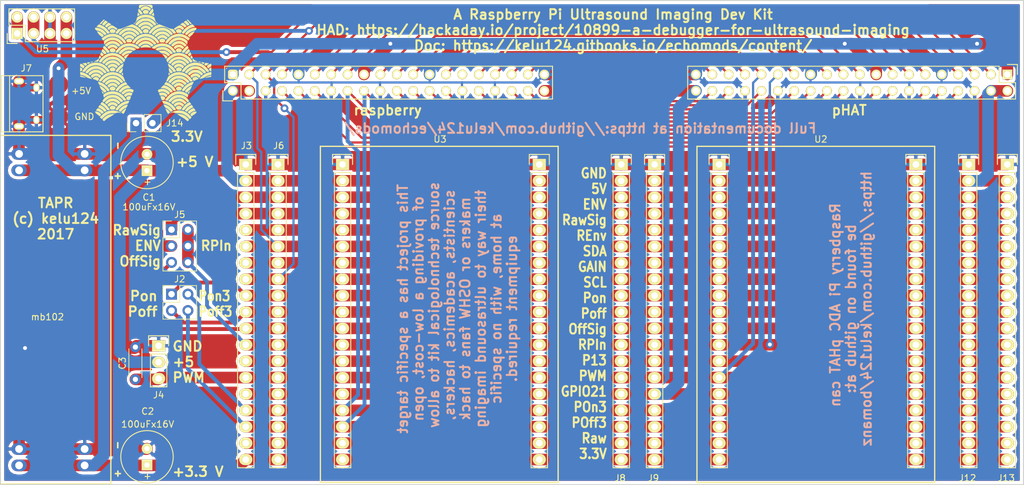
<source format=kicad_pcb>
(kicad_pcb (version 20170123) (host pcbnew no-vcs-found-b71fc55~58~ubuntu16.04.1)
  (layers (0 F.Cu signal hide) (31 B.Cu signal) (34 B.Paste user) (35 F.Paste user) (36 B.SilkS user) (37 F.SilkS user) (38 B.Mask user) (39 F.Mask user) (44 Edge.Cuts user))
  (net 0 "")
  (net 1 AGND)
  (net 2 VDD_5V)
  (net 3 LCD_SCL)
  (net 4 LCD_SDA)
  (net 5 VDD_3V3)
  (net 6 ENV)
  (net 7 Pon)
  (net 8 Poff)
  (net 9 PWM)
  (net 10 j10_7)
  (net 11 j10_8)
  (net 12 j10_10)
  (net 13 j10_11)
  (net 14 j10_12)
  (net 15 j10_13)
  (net 16 j10_15)
  (net 17 j10_19)
  (net 18 j10_21)
  (net 19 j10_22)
  (net 20 j10_23)
  (net 21 j10_24)
  (net 22 j10_26)
  (net 23 j10_27)
  (net 24 j10_28)
  (net 25 j10_35)
  (net 26 j10_36)
  (net 27 j10_37)
  (net 28 j10_38)
  (net 29 GPIO21)
  (net 30 RawSig)
  (net 31 REnv)
  (net 32 GAIN)
  (net 33 OffSig)
  (net 34 RPiN)
  (net 35 P13)
  (net 36 POn3)
  (net 37 POff3)
  (net 38 Raw)
  (net 39 j10_32)
  (net 40 j10_33)
  (net 41 VDD_3V3_PI)
  (module Measurement_Points:Measurement_Point_Square-SMD-Pad_Big (layer F.Cu) (at 83 82)
    (fp_text reference GND (at 4 0) (layer F.SilkS))
    (fp_text value Measurement_Point_Square-SMD-Pad_Big hide)
    (pad 1 smd circle (at 0 0) (size 3 3) (layers F.Cu F.Mask) (net 1 AGND))
  )
  (module Pin_Headers:Pin_Header_Straight_2x20 (layer F.Cu) (at 230 75.46 270)
    (fp_text reference pHAT (at 5.54 24.5 180) (layer F.SilkS) (effects (font (size 1.5 1.5) (thickness 0.3))))
    (fp_text value Pin_Header_Straight_2x20 hide)
    (pad 1 thru_hole rect (at 0 0 270) (size 1.5 1.5) (drill 1.016) (layers *.Cu *.Mask F.SilkS) (net 41 VDD_3V3_PI))
    (pad 2 thru_hole oval (at 2.54 0 270) (size 1.5 1.5) (drill 1.016) (layers *.Cu *.Mask F.SilkS) (net 2 VDD_5V))
    (pad 3 thru_hole oval (at 0 2.54 270) (size 1.5 1.5) (drill 1.016) (layers *.Cu *.Mask F.SilkS) (net 4 LCD_SDA))
    (pad 4 thru_hole oval (at 2.54 2.54 270) (size 1.5 1.5) (drill 1.016) (layers *.Cu *.Mask F.SilkS) (net 2 VDD_5V))
    (pad 5 thru_hole oval (at 0 5.08 270) (size 1.5 1.5) (drill 1.016) (layers *.Cu *.Mask F.SilkS) (net 3 LCD_SCL))
    (pad 6 thru_hole oval (at 2.54 5.08 270) (size 1.5 1.5) (drill 1.016) (layers *.Cu *.Mask F.SilkS) (net 1 AGND))
    (pad 7 thru_hole oval (at 0 7.62 270) (size 1.5 1.5) (drill 1.016) (layers *.Cu *.Mask F.SilkS) (net 10 j10_7))
    (pad 8 thru_hole oval (at 2.54 7.62 270) (size 1.5 1.5) (drill 1.016) (layers *.Cu *.Mask F.SilkS) (net 11 j10_8))
    (pad 9 thru_hole oval (at 0 10.16 270) (size 1.5 1.5) (drill 1.016) (layers *.Cu *.Mask F.SilkS) (net 1 AGND))
    (pad 10 thru_hole oval (at 2.54 10.16 270) (size 1.5 1.5) (drill 1.016) (layers *.Cu *.Mask F.SilkS) (net 12 j10_10))
    (pad 11 thru_hole oval (at 0 12.7 270) (size 1.5 1.5) (drill 1.016) (layers *.Cu *.Mask F.SilkS) (net 13 j10_11))
    (pad 12 thru_hole oval (at 2.54 12.7 270) (size 1.5 1.5) (drill 1.016) (layers *.Cu *.Mask F.SilkS) (net 14 j10_12))
    (pad 13 thru_hole oval (at 0 15.24 270) (size 1.5 1.5) (drill 1.016) (layers *.Cu *.Mask F.SilkS) (net 15 j10_13))
    (pad 14 thru_hole oval (at 2.54 15.24 270) (size 1.5 1.5) (drill 1.016) (layers *.Cu *.Mask F.SilkS) (net 1 AGND))
    (pad 15 thru_hole oval (at 0 17.78 270) (size 1.5 1.5) (drill 1.016) (layers *.Cu *.Mask F.SilkS) (net 16 j10_15))
    (pad 16 thru_hole oval (at 2.54 17.78 270) (size 1.5 1.5) (drill 1.016) (layers *.Cu *.Mask F.SilkS) (net 36 POn3))
    (pad 17 thru_hole oval (at 0 20.32 270) (size 1.5 1.5) (drill 1.016) (layers *.Cu *.Mask F.SilkS) (net 41 VDD_3V3_PI))
    (pad 18 thru_hole oval (at 2.54 20.32 270) (size 1.5 1.5) (drill 1.016) (layers *.Cu *.Mask F.SilkS) (net 37 POff3))
    (pad 19 thru_hole oval (at 0 22.86 270) (size 1.5 1.5) (drill 1.016) (layers *.Cu *.Mask F.SilkS) (net 17 j10_19))
    (pad 20 thru_hole oval (at 2.54 22.86 270) (size 1.5 1.5) (drill 1.016) (layers *.Cu *.Mask F.SilkS) (net 1 AGND))
    (pad 21 thru_hole oval (at 0 25.4 270) (size 1.5 1.5) (drill 1.016) (layers *.Cu *.Mask F.SilkS) (net 18 j10_21))
    (pad 22 thru_hole oval (at 2.54 25.4 270) (size 1.5 1.5) (drill 1.016) (layers *.Cu *.Mask F.SilkS) (net 19 j10_22))
    (pad 23 thru_hole oval (at 0 27.94 270) (size 1.5 1.5) (drill 1.016) (layers *.Cu *.Mask F.SilkS) (net 20 j10_23))
    (pad 24 thru_hole oval (at 2.54 27.94 270) (size 1.5 1.5) (drill 1.016) (layers *.Cu *.Mask F.SilkS) (net 21 j10_24))
    (pad 25 thru_hole oval (at 0 30.48 270) (size 1.5 1.5) (drill 1.016) (layers *.Cu *.Mask F.SilkS) (net 1 AGND))
    (pad 26 thru_hole oval (at 2.54 30.48 270) (size 1.5 1.5) (drill 1.016) (layers *.Cu *.Mask F.SilkS) (net 22 j10_26))
    (pad 27 thru_hole oval (at 0 33.02 270) (size 1.5 1.5) (drill 1.016) (layers *.Cu *.Mask F.SilkS) (net 23 j10_27))
    (pad 28 thru_hole oval (at 2.54 33.02 270) (size 1.5 1.5) (drill 1.016) (layers *.Cu *.Mask F.SilkS) (net 24 j10_28))
    (pad 29 thru_hole oval (at 0 35.56 270) (size 1.5 1.5) (drill 1.016) (layers *.Cu *.Mask F.SilkS) (net 34 RPiN))
    (pad 30 thru_hole oval (at 2.54 35.56 270) (size 1.5 1.5) (drill 1.016) (layers *.Cu *.Mask F.SilkS) (net 1 AGND))
    (pad 31 thru_hole oval (at 0 38.1 270) (size 1.5 1.5) (drill 1.016) (layers *.Cu *.Mask F.SilkS) (net 9 PWM))
    (pad 32 thru_hole oval (at 2.54 38.1 270) (size 1.5 1.5) (drill 1.016) (layers *.Cu *.Mask F.SilkS) (net 39 j10_32))
    (pad 33 thru_hole oval (at 0 40.64 270) (size 1.5 1.5) (drill 1.016) (layers *.Cu *.Mask F.SilkS) (net 40 j10_33))
    (pad 34 thru_hole oval (at 2.54 40.64 270) (size 1.5 1.5) (drill 1.016) (layers *.Cu *.Mask F.SilkS) (net 1 AGND))
    (pad 35 thru_hole oval (at 0 43.18 270) (size 1.5 1.5) (drill 1.016) (layers *.Cu *.Mask F.SilkS) (net 25 j10_35))
    (pad 36 thru_hole oval (at 2.54 43.18 270) (size 1.5 1.5) (drill 1.016) (layers *.Cu *.Mask F.SilkS) (net 26 j10_36))
    (pad 37 thru_hole oval (at 0 45.72 270) (size 1.5 1.5) (drill 1.016) (layers *.Cu *.Mask F.SilkS) (net 27 j10_37))
    (pad 38 thru_hole oval (at 2.54 45.72 270) (size 1.5 1.5) (drill 1.016) (layers *.Cu *.Mask F.SilkS) (net 28 j10_38))
    (pad 39 thru_hole oval (at 0 48.26 270) (size 1.5 1.5) (drill 1.016) (layers *.Cu *.Mask F.SilkS) (net 1 AGND))
    (pad 40 thru_hole oval (at 2.54 48.26 270) (size 1.5 1.5) (drill 1.016) (layers *.Cu *.Mask F.SilkS) (net 29 GPIO21))
  )
  (module footprint:mb102 (layer F.Cu) (at 59.1 86.5 270)
    (fp_text reference MB102 hide)
    (fp_text value mb102 (at 26.53 -22.18) (layer F.SilkS))
    (fp_text user + (at 50.8 -33.02 270) (layer F.SilkS) (effects (font (thickness 0.25))))
    (fp_text user - (at 46.4 -33 270) (layer F.SilkS) (effects (font (thickness 0.25))))
    (fp_text user - (at 0 -33.02 270) (layer F.SilkS) (effects (font (thickness 0.25))))
    (fp_text user + (at 4.7 -33 270) (layer F.SilkS) (effects (font (thickness 0.25))))
    (pad 8 thru_hole oval (at 49.53 -17.78 270) (size 1.8 2.4) (drill 1.2) (layers *.Cu *.Mask) (net 5 VDD_3V3))
    (pad 7 thru_hole oval (at 46.99 -17.78 270) (size 1.8 2.4) (drill 1.2) (layers *.Cu *.Mask) (net 1 AGND))
    (pad 4 thru_hole oval (at 3.81 -17.78 270) (size 1.8 2.4) (drill 1.2) (layers *.Cu *.Mask) (net 2 VDD_5V))
    (pad 3 thru_hole oval (at 1.27 -17.78 270) (size 1.8 2.4) (drill 1.2) (layers *.Cu *.Mask) (net 1 AGND))
    (pad 6 thru_hole oval (at 49.53 -27.94 270) (size 1.8 2.4) (drill 1.2) (layers *.Cu *.Mask) (net 5 VDD_3V3))
    (pad 5 thru_hole oval (at 46.99 -27.94 270) (size 1.8 2.4) (drill 1.2) (layers *.Cu *.Mask) (net 1 AGND))
    (pad 2 thru_hole oval (at 3.81 -27.94 270) (size 1.8 2.4) (drill 1.2) (layers *.Cu *.Mask) (net 2 VDD_5V))
    (pad 1 thru_hole oval (at 1.27 -27.94 270) (size 1.8 2.4) (drill 1.2) (layers *.Cu *.Mask) (net 1 AGND))
  )
  (module Pin_Headers:Pin_Header_Straight_1x19 (layer F.Cu) (at 117 89.4)
    (fp_text reference J6 (at 0.1 -2.9) (layer F.SilkS))
    (fp_text value Pin_Header_Straight_1x19 hide)
    (pad 1 thru_hole rect (at 0 0) (size 2.032 1.7272) (drill 1.016) (layers *.Cu *.Mask F.SilkS) (net 1 AGND))
    (pad 2 thru_hole oval (at 0 2.54) (size 2.032 1.7272) (drill 1.016) (layers *.Cu *.Mask F.SilkS) (net 2 VDD_5V))
    (pad 3 thru_hole oval (at 0 5.08) (size 2.032 1.7272) (drill 1.016) (layers *.Cu *.Mask F.SilkS) (net 6 ENV))
    (pad 4 thru_hole oval (at 0 7.62) (size 2.032 1.7272) (drill 1.016) (layers *.Cu *.Mask F.SilkS) (net 30 RawSig))
    (pad 5 thru_hole oval (at 0 10.16) (size 2.032 1.7272) (drill 1.016) (layers *.Cu *.Mask F.SilkS) (net 31 REnv))
    (pad 6 thru_hole oval (at 0 12.7) (size 2.032 1.7272) (drill 1.016) (layers *.Cu *.Mask F.SilkS) (net 4 LCD_SDA))
    (pad 7 thru_hole oval (at 0 15.24) (size 2.032 1.7272) (drill 1.016) (layers *.Cu *.Mask F.SilkS) (net 32 GAIN))
    (pad 8 thru_hole oval (at 0 17.78) (size 2.032 1.7272) (drill 1.016) (layers *.Cu *.Mask F.SilkS) (net 3 LCD_SCL))
    (pad 9 thru_hole oval (at 0 20.32) (size 2.032 1.7272) (drill 1.016) (layers *.Cu *.Mask F.SilkS) (net 7 Pon))
    (pad 10 thru_hole oval (at 0 22.86) (size 2.032 1.7272) (drill 1.016) (layers *.Cu *.Mask F.SilkS) (net 8 Poff))
    (pad 11 thru_hole oval (at 0 25.4) (size 2.032 1.7272) (drill 1.016) (layers *.Cu *.Mask F.SilkS) (net 33 OffSig))
    (pad 12 thru_hole oval (at 0 27.94) (size 2.032 1.7272) (drill 1.016) (layers *.Cu *.Mask F.SilkS) (net 34 RPiN))
    (pad 13 thru_hole oval (at 0 30.48) (size 2.032 1.7272) (drill 1.016) (layers *.Cu *.Mask F.SilkS) (net 35 P13))
    (pad 14 thru_hole oval (at 0 33.02) (size 2.032 1.7272) (drill 1.016) (layers *.Cu *.Mask F.SilkS) (net 9 PWM))
    (pad 15 thru_hole oval (at 0 35.56) (size 2.032 1.7272) (drill 1.016) (layers *.Cu *.Mask F.SilkS) (net 29 GPIO21))
    (pad 16 thru_hole oval (at 0 38.1) (size 2.032 1.7272) (drill 1.016) (layers *.Cu *.Mask F.SilkS) (net 36 POn3))
    (pad 17 thru_hole oval (at 0 40.64) (size 2.032 1.7272) (drill 1.016) (layers *.Cu *.Mask F.SilkS) (net 37 POff3))
    (pad 18 thru_hole oval (at 0 43.18) (size 2.032 1.7272) (drill 1.016) (layers *.Cu *.Mask F.SilkS) (net 38 Raw))
    (pad 19 thru_hole oval (at 0 45.72) (size 2.032 1.7272) (drill 1.016) (layers *.Cu *.Mask F.SilkS) (net 5 VDD_3V3))
  )
  (module Pin_Headers:Pin_Header_Straight_1x19 (layer F.Cu) (at 175.34 89.4)
    (fp_text reference J9 (at -0.18 48.6) (layer F.SilkS))
    (fp_text value Pin_Header_Straight_1x19 hide)
    (pad 19 thru_hole oval (at 0 45.72) (size 2.032 1.7272) (drill 1.016) (layers *.Cu *.Mask F.SilkS) (net 5 VDD_3V3))
    (pad 18 thru_hole oval (at 0 43.18) (size 2.032 1.7272) (drill 1.016) (layers *.Cu *.Mask F.SilkS) (net 38 Raw))
    (pad 17 thru_hole oval (at 0 40.64) (size 2.032 1.7272) (drill 1.016) (layers *.Cu *.Mask F.SilkS) (net 37 POff3))
    (pad 16 thru_hole oval (at 0 38.1) (size 2.032 1.7272) (drill 1.016) (layers *.Cu *.Mask F.SilkS) (net 36 POn3))
    (pad 15 thru_hole oval (at 0 35.56) (size 2.032 1.7272) (drill 1.016) (layers *.Cu *.Mask F.SilkS) (net 29 GPIO21))
    (pad 14 thru_hole oval (at 0 33.02) (size 2.032 1.7272) (drill 1.016) (layers *.Cu *.Mask F.SilkS) (net 9 PWM))
    (pad 13 thru_hole oval (at 0 30.48) (size 2.032 1.7272) (drill 1.016) (layers *.Cu *.Mask F.SilkS) (net 35 P13))
    (pad 12 thru_hole oval (at 0 27.94) (size 2.032 1.7272) (drill 1.016) (layers *.Cu *.Mask F.SilkS) (net 34 RPiN))
    (pad 11 thru_hole oval (at 0 25.4) (size 2.032 1.7272) (drill 1.016) (layers *.Cu *.Mask F.SilkS) (net 33 OffSig))
    (pad 10 thru_hole oval (at 0 22.86) (size 2.032 1.7272) (drill 1.016) (layers *.Cu *.Mask F.SilkS) (net 8 Poff))
    (pad 9 thru_hole oval (at 0 20.32) (size 2.032 1.7272) (drill 1.016) (layers *.Cu *.Mask F.SilkS) (net 7 Pon))
    (pad 8 thru_hole oval (at 0 17.78) (size 2.032 1.7272) (drill 1.016) (layers *.Cu *.Mask F.SilkS) (net 3 LCD_SCL))
    (pad 7 thru_hole oval (at 0 15.24) (size 2.032 1.7272) (drill 1.016) (layers *.Cu *.Mask F.SilkS) (net 32 GAIN))
    (pad 6 thru_hole oval (at 0 12.7) (size 2.032 1.7272) (drill 1.016) (layers *.Cu *.Mask F.SilkS) (net 4 LCD_SDA))
    (pad 5 thru_hole oval (at 0 10.16) (size 2.032 1.7272) (drill 1.016) (layers *.Cu *.Mask F.SilkS) (net 31 REnv))
    (pad 4 thru_hole oval (at 0 7.62) (size 2.032 1.7272) (drill 1.016) (layers *.Cu *.Mask F.SilkS) (net 30 RawSig))
    (pad 3 thru_hole oval (at 0 5.08) (size 2.032 1.7272) (drill 1.016) (layers *.Cu *.Mask F.SilkS) (net 6 ENV))
    (pad 2 thru_hole oval (at 0 2.54) (size 2.032 1.7272) (drill 1.016) (layers *.Cu *.Mask F.SilkS) (net 2 VDD_5V))
    (pad 1 thru_hole rect (at 0 0) (size 2.032 1.7272) (drill 1.016) (layers *.Cu *.Mask F.SilkS) (net 1 AGND))
  )
  (module Pin_Headers:Pin_Header_Straight_1x19 (layer F.Cu) (at 230 89.4)
    (fp_text reference J13 (at -0.18 48.6) (layer F.SilkS))
    (fp_text value Pin_Header_Straight_1x19 hide)
    (pad 1 thru_hole rect (at 0 0) (size 2.032 1.7272) (drill 1.016) (layers *.Cu *.Mask F.SilkS) (net 1 AGND))
    (pad 2 thru_hole oval (at 0 2.54) (size 2.032 1.7272) (drill 1.016) (layers *.Cu *.Mask F.SilkS) (net 2 VDD_5V))
    (pad 3 thru_hole oval (at 0 5.08) (size 2.032 1.7272) (drill 1.016) (layers *.Cu *.Mask F.SilkS) (net 6 ENV))
    (pad 4 thru_hole oval (at 0 7.62) (size 2.032 1.7272) (drill 1.016) (layers *.Cu *.Mask F.SilkS) (net 30 RawSig))
    (pad 5 thru_hole oval (at 0 10.16) (size 2.032 1.7272) (drill 1.016) (layers *.Cu *.Mask F.SilkS) (net 31 REnv))
    (pad 6 thru_hole oval (at 0 12.7) (size 2.032 1.7272) (drill 1.016) (layers *.Cu *.Mask F.SilkS) (net 4 LCD_SDA))
    (pad 7 thru_hole oval (at 0 15.24) (size 2.032 1.7272) (drill 1.016) (layers *.Cu *.Mask F.SilkS) (net 32 GAIN))
    (pad 8 thru_hole oval (at 0 17.78) (size 2.032 1.7272) (drill 1.016) (layers *.Cu *.Mask F.SilkS) (net 3 LCD_SCL))
    (pad 9 thru_hole oval (at 0 20.32) (size 2.032 1.7272) (drill 1.016) (layers *.Cu *.Mask F.SilkS) (net 7 Pon))
    (pad 10 thru_hole oval (at 0 22.86) (size 2.032 1.7272) (drill 1.016) (layers *.Cu *.Mask F.SilkS) (net 8 Poff))
    (pad 11 thru_hole oval (at 0 25.4) (size 2.032 1.7272) (drill 1.016) (layers *.Cu *.Mask F.SilkS) (net 33 OffSig))
    (pad 12 thru_hole oval (at 0 27.94) (size 2.032 1.7272) (drill 1.016) (layers *.Cu *.Mask F.SilkS) (net 34 RPiN))
    (pad 13 thru_hole oval (at 0 30.48) (size 2.032 1.7272) (drill 1.016) (layers *.Cu *.Mask F.SilkS) (net 35 P13))
    (pad 14 thru_hole oval (at 0 33.02) (size 2.032 1.7272) (drill 1.016) (layers *.Cu *.Mask F.SilkS) (net 9 PWM))
    (pad 15 thru_hole oval (at 0 35.56) (size 2.032 1.7272) (drill 1.016) (layers *.Cu *.Mask F.SilkS) (net 29 GPIO21))
    (pad 16 thru_hole oval (at 0 38.1) (size 2.032 1.7272) (drill 1.016) (layers *.Cu *.Mask F.SilkS) (net 36 POn3))
    (pad 17 thru_hole oval (at 0 40.64) (size 2.032 1.7272) (drill 1.016) (layers *.Cu *.Mask F.SilkS) (net 37 POff3))
    (pad 18 thru_hole oval (at 0 43.18) (size 2.032 1.7272) (drill 1.016) (layers *.Cu *.Mask F.SilkS) (net 38 Raw))
    (pad 19 thru_hole oval (at 0 45.72) (size 2.032 1.7272) (drill 1.016) (layers *.Cu *.Mask F.SilkS) (net 5 VDD_3V3))
  )
  (module Pin_Headers:Pin_Header_Straight_1x19 (layer F.Cu) (at 224 89.4)
    (fp_text reference J12 (at -0.18 48.6) (layer F.SilkS))
    (fp_text value Pin_Header_Straight_1x19 hide)
    (pad 19 thru_hole oval (at 0 45.72) (size 2.032 1.7272) (drill 1.016) (layers *.Cu *.Mask F.SilkS) (net 5 VDD_3V3))
    (pad 18 thru_hole oval (at 0 43.18) (size 2.032 1.7272) (drill 1.016) (layers *.Cu *.Mask F.SilkS) (net 38 Raw))
    (pad 17 thru_hole oval (at 0 40.64) (size 2.032 1.7272) (drill 1.016) (layers *.Cu *.Mask F.SilkS) (net 37 POff3))
    (pad 16 thru_hole oval (at 0 38.1) (size 2.032 1.7272) (drill 1.016) (layers *.Cu *.Mask F.SilkS) (net 36 POn3))
    (pad 15 thru_hole oval (at 0 35.56) (size 2.032 1.7272) (drill 1.016) (layers *.Cu *.Mask F.SilkS) (net 29 GPIO21))
    (pad 14 thru_hole oval (at 0 33.02) (size 2.032 1.7272) (drill 1.016) (layers *.Cu *.Mask F.SilkS) (net 9 PWM))
    (pad 13 thru_hole oval (at 0 30.48) (size 2.032 1.7272) (drill 1.016) (layers *.Cu *.Mask F.SilkS) (net 35 P13))
    (pad 12 thru_hole oval (at 0 27.94) (size 2.032 1.7272) (drill 1.016) (layers *.Cu *.Mask F.SilkS) (net 34 RPiN))
    (pad 11 thru_hole oval (at 0 25.4) (size 2.032 1.7272) (drill 1.016) (layers *.Cu *.Mask F.SilkS) (net 33 OffSig))
    (pad 10 thru_hole oval (at 0 22.86) (size 2.032 1.7272) (drill 1.016) (layers *.Cu *.Mask F.SilkS) (net 8 Poff))
    (pad 9 thru_hole oval (at 0 20.32) (size 2.032 1.7272) (drill 1.016) (layers *.Cu *.Mask F.SilkS) (net 7 Pon))
    (pad 8 thru_hole oval (at 0 17.78) (size 2.032 1.7272) (drill 1.016) (layers *.Cu *.Mask F.SilkS) (net 3 LCD_SCL))
    (pad 7 thru_hole oval (at 0 15.24) (size 2.032 1.7272) (drill 1.016) (layers *.Cu *.Mask F.SilkS) (net 32 GAIN))
    (pad 6 thru_hole oval (at 0 12.7) (size 2.032 1.7272) (drill 1.016) (layers *.Cu *.Mask F.SilkS) (net 4 LCD_SDA))
    (pad 5 thru_hole oval (at 0 10.16) (size 2.032 1.7272) (drill 1.016) (layers *.Cu *.Mask F.SilkS) (net 31 REnv))
    (pad 4 thru_hole oval (at 0 7.62) (size 2.032 1.7272) (drill 1.016) (layers *.Cu *.Mask F.SilkS) (net 30 RawSig))
    (pad 3 thru_hole oval (at 0 5.08) (size 2.032 1.7272) (drill 1.016) (layers *.Cu *.Mask F.SilkS) (net 6 ENV))
    (pad 2 thru_hole oval (at 0 2.54) (size 2.032 1.7272) (drill 1.016) (layers *.Cu *.Mask F.SilkS) (net 2 VDD_5V))
    (pad 1 thru_hole rect (at 0 0) (size 2.032 1.7272) (drill 1.016) (layers *.Cu *.Mask F.SilkS) (net 1 AGND))
  )
  (module Pin_Headers:Pin_Header_Straight_1x19 (layer F.Cu) (at 170.18 89.4)
    (fp_text reference J8 (at -0.18 48.6 180) (layer F.SilkS))
    (fp_text value Pin_Header_Straight_1x19 hide)
    (pad 1 thru_hole rect (at 0 0) (size 2.032 1.7272) (drill 1.016) (layers *.Cu *.Mask F.SilkS) (net 1 AGND))
    (pad 2 thru_hole oval (at 0 2.54) (size 2.032 1.7272) (drill 1.016) (layers *.Cu *.Mask F.SilkS) (net 2 VDD_5V))
    (pad 3 thru_hole oval (at 0 5.08) (size 2.032 1.7272) (drill 1.016) (layers *.Cu *.Mask F.SilkS) (net 6 ENV))
    (pad 4 thru_hole oval (at 0 7.62) (size 2.032 1.7272) (drill 1.016) (layers *.Cu *.Mask F.SilkS) (net 30 RawSig))
    (pad 5 thru_hole oval (at 0 10.16) (size 2.032 1.7272) (drill 1.016) (layers *.Cu *.Mask F.SilkS) (net 31 REnv))
    (pad 6 thru_hole oval (at 0 12.7) (size 2.032 1.7272) (drill 1.016) (layers *.Cu *.Mask F.SilkS) (net 4 LCD_SDA))
    (pad 7 thru_hole oval (at 0 15.24) (size 2.032 1.7272) (drill 1.016) (layers *.Cu *.Mask F.SilkS) (net 32 GAIN))
    (pad 8 thru_hole oval (at 0 17.78) (size 2.032 1.7272) (drill 1.016) (layers *.Cu *.Mask F.SilkS) (net 3 LCD_SCL))
    (pad 9 thru_hole oval (at 0 20.32) (size 2.032 1.7272) (drill 1.016) (layers *.Cu *.Mask F.SilkS) (net 7 Pon))
    (pad 10 thru_hole oval (at 0 22.86) (size 2.032 1.7272) (drill 1.016) (layers *.Cu *.Mask F.SilkS) (net 8 Poff))
    (pad 11 thru_hole oval (at 0 25.4) (size 2.032 1.7272) (drill 1.016) (layers *.Cu *.Mask F.SilkS) (net 33 OffSig))
    (pad 12 thru_hole oval (at 0 27.94) (size 2.032 1.7272) (drill 1.016) (layers *.Cu *.Mask F.SilkS) (net 34 RPiN))
    (pad 13 thru_hole oval (at 0 30.48) (size 2.032 1.7272) (drill 1.016) (layers *.Cu *.Mask F.SilkS) (net 35 P13))
    (pad 14 thru_hole oval (at 0 33.02) (size 2.032 1.7272) (drill 1.016) (layers *.Cu *.Mask F.SilkS) (net 9 PWM))
    (pad 15 thru_hole oval (at 0 35.56) (size 2.032 1.7272) (drill 1.016) (layers *.Cu *.Mask F.SilkS) (net 29 GPIO21))
    (pad 16 thru_hole oval (at 0 38.1) (size 2.032 1.7272) (drill 1.016) (layers *.Cu *.Mask F.SilkS) (net 36 POn3))
    (pad 17 thru_hole oval (at 0 40.64) (size 2.032 1.7272) (drill 1.016) (layers *.Cu *.Mask F.SilkS) (net 37 POff3))
    (pad 18 thru_hole oval (at 0 43.18) (size 2.032 1.7272) (drill 1.016) (layers *.Cu *.Mask F.SilkS) (net 38 Raw))
    (pad 19 thru_hole oval (at 0 45.72) (size 2.032 1.7272) (drill 1.016) (layers *.Cu *.Mask F.SilkS) (net 5 VDD_3V3))
  )
  (module Pin_Headers:Pin_Header_Straight_1x19 (layer F.Cu) (at 185.34 89.4)
    (fp_text reference U2 (at 15.76 -3.9 180) (layer F.SilkS))
    (fp_text value Pin_Header_Straight_1x19 hide)
    (pad 1 thru_hole rect (at 0 0) (size 2.032 1.7272) (drill 1.016) (layers *.Cu *.Mask F.SilkS) (net 1 AGND))
    (pad 2 thru_hole oval (at 0 2.54) (size 2.032 1.7272) (drill 1.016) (layers *.Cu *.Mask F.SilkS) (net 2 VDD_5V))
    (pad 3 thru_hole oval (at 0 5.08) (size 2.032 1.7272) (drill 1.016) (layers *.Cu *.Mask F.SilkS) (net 6 ENV))
    (pad 4 thru_hole oval (at 0 7.62) (size 2.032 1.7272) (drill 1.016) (layers *.Cu *.Mask F.SilkS) (net 30 RawSig))
    (pad 5 thru_hole oval (at 0 10.16) (size 2.032 1.7272) (drill 1.016) (layers *.Cu *.Mask F.SilkS) (net 31 REnv))
    (pad 6 thru_hole oval (at 0 12.7) (size 2.032 1.7272) (drill 1.016) (layers *.Cu *.Mask F.SilkS) (net 4 LCD_SDA))
    (pad 7 thru_hole oval (at 0 15.24) (size 2.032 1.7272) (drill 1.016) (layers *.Cu *.Mask F.SilkS) (net 32 GAIN))
    (pad 8 thru_hole oval (at 0 17.78) (size 2.032 1.7272) (drill 1.016) (layers *.Cu *.Mask F.SilkS) (net 3 LCD_SCL))
    (pad 9 thru_hole oval (at 0 20.32) (size 2.032 1.7272) (drill 1.016) (layers *.Cu *.Mask F.SilkS) (net 7 Pon))
    (pad 10 thru_hole oval (at 0 22.86) (size 2.032 1.7272) (drill 1.016) (layers *.Cu *.Mask F.SilkS) (net 8 Poff))
    (pad 11 thru_hole oval (at 0 25.4) (size 2.032 1.7272) (drill 1.016) (layers *.Cu *.Mask F.SilkS) (net 33 OffSig))
    (pad 12 thru_hole oval (at 0 27.94) (size 2.032 1.7272) (drill 1.016) (layers *.Cu *.Mask F.SilkS) (net 34 RPiN))
    (pad 13 thru_hole oval (at 0 30.48) (size 2.032 1.7272) (drill 1.016) (layers *.Cu *.Mask F.SilkS) (net 35 P13))
    (pad 14 thru_hole oval (at 0 33.02) (size 2.032 1.7272) (drill 1.016) (layers *.Cu *.Mask F.SilkS) (net 9 PWM))
    (pad 15 thru_hole oval (at 0 35.56) (size 2.032 1.7272) (drill 1.016) (layers *.Cu *.Mask F.SilkS) (net 29 GPIO21))
    (pad 16 thru_hole oval (at 0 38.1) (size 2.032 1.7272) (drill 1.016) (layers *.Cu *.Mask F.SilkS) (net 36 POn3))
    (pad 17 thru_hole oval (at 0 40.64) (size 2.032 1.7272) (drill 1.016) (layers *.Cu *.Mask F.SilkS) (net 37 POff3))
    (pad 18 thru_hole oval (at 0 43.18) (size 2.032 1.7272) (drill 1.016) (layers *.Cu *.Mask F.SilkS) (net 38 Raw))
    (pad 19 thru_hole oval (at 0 45.72) (size 2.032 1.7272) (drill 1.016) (layers *.Cu *.Mask F.SilkS) (net 5 VDD_3V3))
  )
  (module Pin_Headers:Pin_Header_Straight_1x19 (layer F.Cu) (at 215.82 89.4)
    (fp_text reference U2_R hide)
    (fp_text value Pin_Header_Straight_1x19 hide)
    (pad 1 thru_hole rect (at 0 0) (size 2.032 1.7272) (drill 1.016) (layers *.Cu *.Mask F.SilkS) (net 1 AGND))
    (pad 2 thru_hole oval (at 0 2.54) (size 2.032 1.7272) (drill 1.016) (layers *.Cu *.Mask F.SilkS) (net 2 VDD_5V))
    (pad 3 thru_hole oval (at 0 5.08) (size 2.032 1.7272) (drill 1.016) (layers *.Cu *.Mask F.SilkS) (net 6 ENV))
    (pad 4 thru_hole oval (at 0 7.62) (size 2.032 1.7272) (drill 1.016) (layers *.Cu *.Mask F.SilkS) (net 30 RawSig))
    (pad 5 thru_hole oval (at 0 10.16) (size 2.032 1.7272) (drill 1.016) (layers *.Cu *.Mask F.SilkS) (net 31 REnv))
    (pad 6 thru_hole oval (at 0 12.7) (size 2.032 1.7272) (drill 1.016) (layers *.Cu *.Mask F.SilkS) (net 4 LCD_SDA))
    (pad 7 thru_hole oval (at 0 15.24) (size 2.032 1.7272) (drill 1.016) (layers *.Cu *.Mask F.SilkS) (net 32 GAIN))
    (pad 8 thru_hole oval (at 0 17.78) (size 2.032 1.7272) (drill 1.016) (layers *.Cu *.Mask F.SilkS) (net 3 LCD_SCL))
    (pad 9 thru_hole oval (at 0 20.32) (size 2.032 1.7272) (drill 1.016) (layers *.Cu *.Mask F.SilkS) (net 7 Pon))
    (pad 10 thru_hole oval (at 0 22.86) (size 2.032 1.7272) (drill 1.016) (layers *.Cu *.Mask F.SilkS) (net 8 Poff))
    (pad 11 thru_hole oval (at 0 25.4) (size 2.032 1.7272) (drill 1.016) (layers *.Cu *.Mask F.SilkS) (net 33 OffSig))
    (pad 12 thru_hole oval (at 0 27.94) (size 2.032 1.7272) (drill 1.016) (layers *.Cu *.Mask F.SilkS) (net 34 RPiN))
    (pad 13 thru_hole oval (at 0 30.48) (size 2.032 1.7272) (drill 1.016) (layers *.Cu *.Mask F.SilkS) (net 35 P13))
    (pad 14 thru_hole oval (at 0 33.02) (size 2.032 1.7272) (drill 1.016) (layers *.Cu *.Mask F.SilkS) (net 9 PWM))
    (pad 15 thru_hole oval (at 0 35.56) (size 2.032 1.7272) (drill 1.016) (layers *.Cu *.Mask F.SilkS) (net 29 GPIO21))
    (pad 16 thru_hole oval (at 0 38.1) (size 2.032 1.7272) (drill 1.016) (layers *.Cu *.Mask F.SilkS) (net 36 POn3))
    (pad 17 thru_hole oval (at 0 40.64) (size 2.032 1.7272) (drill 1.016) (layers *.Cu *.Mask F.SilkS) (net 37 POff3))
    (pad 18 thru_hole oval (at 0 43.18) (size 2.032 1.7272) (drill 1.016) (layers *.Cu *.Mask F.SilkS) (net 38 Raw))
    (pad 19 thru_hole oval (at 0 45.72) (size 2.032 1.7272) (drill 1.016) (layers *.Cu *.Mask F.SilkS) (net 5 VDD_3V3))
  )
  (module Discret:C1V8 (layer F.Cu) (at 96.7 89.1 90)
    (fp_text reference C1 (at -5.4 0.3 180) (layer F.SilkS))
    (fp_text value 100uFx16V (at -6.9 0.3 180) (layer F.SilkS))
    (fp_text user + (at -3.04546 0 90) (layer F.SilkS))
    (pad 1 thru_hole rect (at -1.27 0 90) (size 1.651 1.651) (drill 0.8128) (layers *.Cu *.Mask F.SilkS) (net 2 VDD_5V))
    (pad 2 thru_hole circle (at 1.27 0 90) (size 1.651 1.651) (drill 0.8128) (layers *.Cu *.Mask F.SilkS) (net 1 AGND))
  )
  (module Discret:C1V8 (layer F.Cu) (at 96.7 134.7 90)
    (fp_text reference C2 (at 7.048 0.105 180) (layer F.SilkS))
    (fp_text value 100uFx16V (at 5.048 0.105 180) (layer F.SilkS))
    (fp_text user + (at -3.04546 0 90) (layer F.SilkS))
    (pad 1 thru_hole rect (at -1.27 0 90) (size 1.651 1.651) (drill 0.8128) (layers *.Cu *.Mask F.SilkS) (net 5 VDD_3V3))
    (pad 2 thru_hole circle (at 1.27 0 90) (size 1.651 1.651) (drill 0.8128) (layers *.Cu *.Mask F.SilkS) (net 1 AGND))
  )
  (module Pin_Headers:Pin_Header_Straight_1x03 (layer F.Cu) (at 98.5 117.5)
    (fp_text reference J4 (at 0 7.62 -180) (layer F.SilkS))
    (fp_text value Pin_Header_Straight_1x03 hide)
    (pad 1 thru_hole rect (at 0 0) (size 2.032 1.7272) (drill 1.016) (layers *.Cu *.Mask F.SilkS) (net 1 AGND))
    (pad 2 thru_hole oval (at 0 2.54) (size 2.032 1.7272) (drill 1.016) (layers *.Cu *.Mask F.SilkS) (net 2 VDD_5V))
    (pad 3 thru_hole oval (at 0 5.08) (size 2.032 1.7272) (drill 1.016) (layers *.Cu *.Mask F.SilkS) (net 9 PWM))
  )
  (module Connect:USB_Micro-B (layer F.Cu) (at 78 80 270)
    (fp_text reference J7 (at -5.5 0) (layer F.SilkS))
    (fp_text value USB_Micro-B hide)
    (pad 1 smd rect (at -1.3009 -1.56254) (size 1.35 0.3) (layers F.Cu F.Paste F.Mask) (net 2 VDD_5V))
    (pad 2 smd rect (at -0.6509 -1.56254) (size 1.35 0.3) (layers F.Cu F.Paste F.Mask))
    (pad 3 smd rect (at -0.0009 -1.56254) (size 1.35 0.3) (layers F.Cu F.Paste F.Mask))
    (pad 4 smd rect (at 0.6491 -1.56254) (size 1.35 0.3) (layers F.Cu F.Paste F.Mask))
    (pad 5 smd rect (at 1.2991 -1.56254) (size 1.35 0.3) (layers F.Cu F.Paste F.Mask) (net 1 AGND))
    (pad 6 thru_hole oval (at -2.5009 -1.56254) (size 0.95 1.25) (drill oval 0.55 0.85) (layers *.Cu *.Mask F.SilkS) (net 1 AGND))
    (pad 6 thru_hole oval (at 2.4991 -1.56254) (size 0.95 1.25) (drill oval 0.55 0.85) (layers *.Cu *.Mask F.SilkS) (net 1 AGND))
    (pad 6 thru_hole oval (at -3.5009 1.13746) (size 1.55 1) (drill oval 1.15 0.5) (layers *.Cu *.Mask F.SilkS) (net 1 AGND))
    (pad 6 thru_hole oval (at 3.4991 1.13746) (size 1.55 1) (drill oval 1.15 0.5) (layers *.Cu *.Mask F.SilkS) (net 1 AGND))
  )
  (module Pin_Headers:Pin_Header_Straight_1x19 (layer F.Cu) (at 157.48 89.4)
    (fp_text reference U3_R hide)
    (fp_text value Pin_Header_Straight_1x19 hide)
    (pad 1 thru_hole rect (at 0 0) (size 2.032 1.7272) (drill 1.016) (layers *.Cu *.Mask F.SilkS) (net 1 AGND))
    (pad 2 thru_hole oval (at 0 2.54) (size 2.032 1.7272) (drill 1.016) (layers *.Cu *.Mask F.SilkS) (net 2 VDD_5V))
    (pad 3 thru_hole oval (at 0 5.08) (size 2.032 1.7272) (drill 1.016) (layers *.Cu *.Mask F.SilkS) (net 6 ENV))
    (pad 4 thru_hole oval (at 0 7.62) (size 2.032 1.7272) (drill 1.016) (layers *.Cu *.Mask F.SilkS) (net 30 RawSig))
    (pad 5 thru_hole oval (at 0 10.16) (size 2.032 1.7272) (drill 1.016) (layers *.Cu *.Mask F.SilkS) (net 31 REnv))
    (pad 6 thru_hole oval (at 0 12.7) (size 2.032 1.7272) (drill 1.016) (layers *.Cu *.Mask F.SilkS) (net 4 LCD_SDA))
    (pad 7 thru_hole oval (at 0 15.24) (size 2.032 1.7272) (drill 1.016) (layers *.Cu *.Mask F.SilkS) (net 32 GAIN))
    (pad 8 thru_hole oval (at 0 17.78) (size 2.032 1.7272) (drill 1.016) (layers *.Cu *.Mask F.SilkS) (net 3 LCD_SCL))
    (pad 9 thru_hole oval (at 0 20.32) (size 2.032 1.7272) (drill 1.016) (layers *.Cu *.Mask F.SilkS) (net 7 Pon))
    (pad 10 thru_hole oval (at 0 22.86) (size 2.032 1.7272) (drill 1.016) (layers *.Cu *.Mask F.SilkS) (net 8 Poff))
    (pad 11 thru_hole oval (at 0 25.4) (size 2.032 1.7272) (drill 1.016) (layers *.Cu *.Mask F.SilkS) (net 33 OffSig))
    (pad 12 thru_hole oval (at 0 27.94) (size 2.032 1.7272) (drill 1.016) (layers *.Cu *.Mask F.SilkS) (net 34 RPiN))
    (pad 13 thru_hole oval (at 0 30.48) (size 2.032 1.7272) (drill 1.016) (layers *.Cu *.Mask F.SilkS) (net 35 P13))
    (pad 14 thru_hole oval (at 0 33.02) (size 2.032 1.7272) (drill 1.016) (layers *.Cu *.Mask F.SilkS) (net 9 PWM))
    (pad 15 thru_hole oval (at 0 35.56) (size 2.032 1.7272) (drill 1.016) (layers *.Cu *.Mask F.SilkS) (net 29 GPIO21))
    (pad 16 thru_hole oval (at 0 38.1) (size 2.032 1.7272) (drill 1.016) (layers *.Cu *.Mask F.SilkS) (net 36 POn3))
    (pad 17 thru_hole oval (at 0 40.64) (size 2.032 1.7272) (drill 1.016) (layers *.Cu *.Mask F.SilkS) (net 37 POff3))
    (pad 18 thru_hole oval (at 0 43.18) (size 2.032 1.7272) (drill 1.016) (layers *.Cu *.Mask F.SilkS) (net 38 Raw))
    (pad 19 thru_hole oval (at 0 45.72) (size 2.032 1.7272) (drill 1.016) (layers *.Cu *.Mask F.SilkS) (net 5 VDD_3V3))
  )
  (module Pin_Headers:Pin_Header_Straight_1x19 (layer F.Cu) (at 127 89.4)
    (fp_text reference U3 (at 15.1 -3.9 180) (layer F.SilkS))
    (fp_text value Pin_Header_Straight_1x19 hide)
    (pad 1 thru_hole rect (at 0 0) (size 2.032 1.7272) (drill 1.016) (layers *.Cu *.Mask F.SilkS) (net 1 AGND))
    (pad 2 thru_hole oval (at 0 2.54) (size 2.032 1.7272) (drill 1.016) (layers *.Cu *.Mask F.SilkS) (net 2 VDD_5V))
    (pad 3 thru_hole oval (at 0 5.08) (size 2.032 1.7272) (drill 1.016) (layers *.Cu *.Mask F.SilkS) (net 6 ENV))
    (pad 4 thru_hole oval (at 0 7.62) (size 2.032 1.7272) (drill 1.016) (layers *.Cu *.Mask F.SilkS) (net 30 RawSig))
    (pad 5 thru_hole oval (at 0 10.16) (size 2.032 1.7272) (drill 1.016) (layers *.Cu *.Mask F.SilkS) (net 31 REnv))
    (pad 6 thru_hole oval (at 0 12.7) (size 2.032 1.7272) (drill 1.016) (layers *.Cu *.Mask F.SilkS) (net 4 LCD_SDA))
    (pad 7 thru_hole oval (at 0 15.24) (size 2.032 1.7272) (drill 1.016) (layers *.Cu *.Mask F.SilkS) (net 32 GAIN))
    (pad 8 thru_hole oval (at 0 17.78) (size 2.032 1.7272) (drill 1.016) (layers *.Cu *.Mask F.SilkS) (net 3 LCD_SCL))
    (pad 9 thru_hole oval (at 0 20.32) (size 2.032 1.7272) (drill 1.016) (layers *.Cu *.Mask F.SilkS) (net 7 Pon))
    (pad 10 thru_hole oval (at 0 22.86) (size 2.032 1.7272) (drill 1.016) (layers *.Cu *.Mask F.SilkS) (net 8 Poff))
    (pad 11 thru_hole oval (at 0 25.4) (size 2.032 1.7272) (drill 1.016) (layers *.Cu *.Mask F.SilkS) (net 33 OffSig))
    (pad 12 thru_hole oval (at 0 27.94) (size 2.032 1.7272) (drill 1.016) (layers *.Cu *.Mask F.SilkS) (net 34 RPiN))
    (pad 13 thru_hole oval (at 0 30.48) (size 2.032 1.7272) (drill 1.016) (layers *.Cu *.Mask F.SilkS) (net 35 P13))
    (pad 14 thru_hole oval (at 0 33.02) (size 2.032 1.7272) (drill 1.016) (layers *.Cu *.Mask F.SilkS) (net 9 PWM))
    (pad 15 thru_hole oval (at 0 35.56) (size 2.032 1.7272) (drill 1.016) (layers *.Cu *.Mask F.SilkS) (net 29 GPIO21))
    (pad 16 thru_hole oval (at 0 38.1) (size 2.032 1.7272) (drill 1.016) (layers *.Cu *.Mask F.SilkS) (net 36 POn3))
    (pad 17 thru_hole oval (at 0 40.64) (size 2.032 1.7272) (drill 1.016) (layers *.Cu *.Mask F.SilkS) (net 37 POff3))
    (pad 18 thru_hole oval (at 0 43.18) (size 2.032 1.7272) (drill 1.016) (layers *.Cu *.Mask F.SilkS) (net 38 Raw))
    (pad 19 thru_hole oval (at 0 45.72) (size 2.032 1.7272) (drill 1.016) (layers *.Cu *.Mask F.SilkS) (net 5 VDD_3V3))
  )
  (module Pin_Headers:Pin_Header_Straight_1x19 (layer F.Cu) (at 112 89.4)
    (fp_text reference J3 (at 0.1 -2.9) (layer F.SilkS))
    (fp_text value Pin_Header_Straight_1x19 hide)
    (pad 1 thru_hole rect (at 0 0) (size 2.032 1.7272) (drill 1.016) (layers *.Cu *.Mask F.SilkS) (net 1 AGND))
    (pad 2 thru_hole oval (at 0 2.54) (size 2.032 1.7272) (drill 1.016) (layers *.Cu *.Mask F.SilkS) (net 2 VDD_5V))
    (pad 3 thru_hole oval (at 0 5.08) (size 2.032 1.7272) (drill 1.016) (layers *.Cu *.Mask F.SilkS) (net 6 ENV))
    (pad 4 thru_hole oval (at 0 7.62) (size 2.032 1.7272) (drill 1.016) (layers *.Cu *.Mask F.SilkS) (net 30 RawSig))
    (pad 5 thru_hole oval (at 0 10.16) (size 2.032 1.7272) (drill 1.016) (layers *.Cu *.Mask F.SilkS) (net 31 REnv))
    (pad 6 thru_hole oval (at 0 12.7) (size 2.032 1.7272) (drill 1.016) (layers *.Cu *.Mask F.SilkS) (net 4 LCD_SDA))
    (pad 7 thru_hole oval (at 0 15.24) (size 2.032 1.7272) (drill 1.016) (layers *.Cu *.Mask F.SilkS) (net 32 GAIN))
    (pad 8 thru_hole oval (at 0 17.78) (size 2.032 1.7272) (drill 1.016) (layers *.Cu *.Mask F.SilkS) (net 3 LCD_SCL))
    (pad 9 thru_hole oval (at 0 20.32) (size 2.032 1.7272) (drill 1.016) (layers *.Cu *.Mask F.SilkS) (net 7 Pon))
    (pad 10 thru_hole oval (at 0 22.86) (size 2.032 1.7272) (drill 1.016) (layers *.Cu *.Mask F.SilkS) (net 8 Poff))
    (pad 11 thru_hole oval (at 0 25.4) (size 2.032 1.7272) (drill 1.016) (layers *.Cu *.Mask F.SilkS) (net 33 OffSig))
    (pad 12 thru_hole oval (at 0 27.94) (size 2.032 1.7272) (drill 1.016) (layers *.Cu *.Mask F.SilkS) (net 34 RPiN))
    (pad 13 thru_hole oval (at 0 30.48) (size 2.032 1.7272) (drill 1.016) (layers *.Cu *.Mask F.SilkS) (net 35 P13))
    (pad 14 thru_hole oval (at 0 33.02) (size 2.032 1.7272) (drill 1.016) (layers *.Cu *.Mask F.SilkS) (net 9 PWM))
    (pad 15 thru_hole oval (at 0 35.56) (size 2.032 1.7272) (drill 1.016) (layers *.Cu *.Mask F.SilkS) (net 29 GPIO21))
    (pad 16 thru_hole oval (at 0 38.1) (size 2.032 1.7272) (drill 1.016) (layers *.Cu *.Mask F.SilkS) (net 36 POn3))
    (pad 17 thru_hole oval (at 0 40.64) (size 2.032 1.7272) (drill 1.016) (layers *.Cu *.Mask F.SilkS) (net 37 POff3))
    (pad 18 thru_hole oval (at 0 43.18) (size 2.032 1.7272) (drill 1.016) (layers *.Cu *.Mask F.SilkS) (net 38 Raw))
    (pad 19 thru_hole oval (at 0 45.72) (size 2.032 1.7272) (drill 1.016) (layers *.Cu *.Mask F.SilkS) (net 5 VDD_3V3))
  )
  (module Pin_Headers:Pin_Header_Straight_2x20 (layer F.Cu) (at 110 78 90)
    (fp_text reference raspberry (at -3 24 180) (layer F.SilkS) (effects (font (size 1.5 1.5) (thickness 0.3))))
    (fp_text value Pin_Header_Straight_2x20 hide)
    (pad 40 thru_hole oval (at 0 48.26 90) (size 1.5 1.5) (drill 1.016) (layers *.Cu *.Mask F.SilkS) (net 29 GPIO21))
    (pad 39 thru_hole oval (at 2.54 48.26 90) (size 1.5 1.5) (drill 1.016) (layers *.Cu *.Mask F.SilkS) (net 1 AGND))
    (pad 38 thru_hole oval (at 0 45.72 90) (size 1.5 1.5) (drill 1.016) (layers *.Cu *.Mask F.SilkS) (net 28 j10_38))
    (pad 37 thru_hole oval (at 2.54 45.72 90) (size 1.5 1.5) (drill 1.016) (layers *.Cu *.Mask F.SilkS) (net 27 j10_37))
    (pad 36 thru_hole oval (at 0 43.18 90) (size 1.5 1.5) (drill 1.016) (layers *.Cu *.Mask F.SilkS) (net 26 j10_36))
    (pad 35 thru_hole oval (at 2.54 43.18 90) (size 1.5 1.5) (drill 1.016) (layers *.Cu *.Mask F.SilkS) (net 25 j10_35))
    (pad 34 thru_hole oval (at 0 40.64 90) (size 1.5 1.5) (drill 1.016) (layers *.Cu *.Mask F.SilkS) (net 1 AGND))
    (pad 33 thru_hole oval (at 2.54 40.64 90) (size 1.5 1.5) (drill 1.016) (layers *.Cu *.Mask F.SilkS) (net 40 j10_33))
    (pad 32 thru_hole oval (at 0 38.1 90) (size 1.5 1.5) (drill 1.016) (layers *.Cu *.Mask F.SilkS) (net 39 j10_32))
    (pad 31 thru_hole oval (at 2.54 38.1 90) (size 1.5 1.5) (drill 1.016) (layers *.Cu *.Mask F.SilkS) (net 9 PWM))
    (pad 30 thru_hole oval (at 0 35.56 90) (size 1.5 1.5) (drill 1.016) (layers *.Cu *.Mask F.SilkS) (net 1 AGND))
    (pad 29 thru_hole oval (at 2.54 35.56 90) (size 1.5 1.5) (drill 1.016) (layers *.Cu *.Mask F.SilkS))
    (pad 28 thru_hole oval (at 0 33.02 90) (size 1.5 1.5) (drill 1.016) (layers *.Cu *.Mask F.SilkS) (net 24 j10_28))
    (pad 27 thru_hole oval (at 2.54 33.02 90) (size 1.5 1.5) (drill 1.016) (layers *.Cu *.Mask F.SilkS) (net 23 j10_27))
    (pad 26 thru_hole oval (at 0 30.48 90) (size 1.5 1.5) (drill 1.016) (layers *.Cu *.Mask F.SilkS) (net 22 j10_26))
    (pad 25 thru_hole oval (at 2.54 30.48 90) (size 1.5 1.5) (drill 1.016) (layers *.Cu *.Mask F.SilkS) (net 1 AGND))
    (pad 24 thru_hole oval (at 0 27.94 90) (size 1.5 1.5) (drill 1.016) (layers *.Cu *.Mask F.SilkS) (net 21 j10_24))
    (pad 23 thru_hole oval (at 2.54 27.94 90) (size 1.5 1.5) (drill 1.016) (layers *.Cu *.Mask F.SilkS) (net 20 j10_23))
    (pad 22 thru_hole oval (at 0 25.4 90) (size 1.5 1.5) (drill 1.016) (layers *.Cu *.Mask F.SilkS) (net 19 j10_22))
    (pad 21 thru_hole oval (at 2.54 25.4 90) (size 1.5 1.5) (drill 1.016) (layers *.Cu *.Mask F.SilkS) (net 18 j10_21))
    (pad 20 thru_hole oval (at 0 22.86 90) (size 1.5 1.5) (drill 1.016) (layers *.Cu *.Mask F.SilkS) (net 1 AGND))
    (pad 19 thru_hole oval (at 2.54 22.86 90) (size 1.5 1.5) (drill 1.016) (layers *.Cu *.Mask F.SilkS) (net 17 j10_19))
    (pad 18 thru_hole oval (at 0 20.32 90) (size 1.5 1.5) (drill 1.016) (layers *.Cu *.Mask F.SilkS) (net 37 POff3))
    (pad 17 thru_hole oval (at 2.54 20.32 90) (size 1.5 1.5) (drill 1.016) (layers *.Cu *.Mask F.SilkS) (net 41 VDD_3V3_PI))
    (pad 16 thru_hole oval (at 0 17.78 90) (size 1.5 1.5) (drill 1.016) (layers *.Cu *.Mask F.SilkS) (net 36 POn3))
    (pad 15 thru_hole oval (at 2.54 17.78 90) (size 1.5 1.5) (drill 1.016) (layers *.Cu *.Mask F.SilkS) (net 16 j10_15))
    (pad 14 thru_hole oval (at 0 15.24 90) (size 1.5 1.5) (drill 1.016) (layers *.Cu *.Mask F.SilkS) (net 1 AGND))
    (pad 13 thru_hole oval (at 2.54 15.24 90) (size 1.5 1.5) (drill 1.016) (layers *.Cu *.Mask F.SilkS) (net 15 j10_13))
    (pad 12 thru_hole oval (at 0 12.7 90) (size 1.5 1.5) (drill 1.016) (layers *.Cu *.Mask F.SilkS) (net 14 j10_12))
    (pad 11 thru_hole oval (at 2.54 12.7 90) (size 1.5 1.5) (drill 1.016) (layers *.Cu *.Mask F.SilkS) (net 13 j10_11))
    (pad 10 thru_hole oval (at 0 10.16 90) (size 1.5 1.5) (drill 1.016) (layers *.Cu *.Mask F.SilkS) (net 12 j10_10))
    (pad 9 thru_hole oval (at 2.54 10.16 90) (size 1.5 1.5) (drill 1.016) (layers *.Cu *.Mask F.SilkS) (net 1 AGND))
    (pad 8 thru_hole oval (at 0 7.62 90) (size 1.5 1.5) (drill 1.016) (layers *.Cu *.Mask F.SilkS) (net 11 j10_8))
    (pad 7 thru_hole oval (at 2.54 7.62 90) (size 1.5 1.5) (drill 1.016) (layers *.Cu *.Mask F.SilkS) (net 10 j10_7))
    (pad 6 thru_hole oval (at 0 5.08 90) (size 1.5 1.5) (drill 1.016) (layers *.Cu *.Mask F.SilkS) (net 1 AGND))
    (pad 5 thru_hole oval (at 2.54 5.08 90) (size 1.5 1.5) (drill 1.016) (layers *.Cu *.Mask F.SilkS) (net 3 LCD_SCL))
    (pad 4 thru_hole oval (at 0 2.54 90) (size 1.5 1.5) (drill 1.016) (layers *.Cu *.Mask F.SilkS) (net 2 VDD_5V))
    (pad 3 thru_hole oval (at 2.54 2.54 90) (size 1.5 1.5) (drill 1.016) (layers *.Cu *.Mask F.SilkS) (net 4 LCD_SDA))
    (pad 2 thru_hole circle (at 0 0 90) (size 1.5 1.5) (drill 1.016) (layers *.Cu *.Mask F.SilkS) (net 2 VDD_5V))
    (pad 1 thru_hole roundrect (at 2.54 0 90) (size 1.5 1.5) (drill 1.016) (layers *.Cu *.Mask F.SilkS) (net 41 VDD_3V3_PI))
  )
  (module Pin_Headers:Pin_Header_Straight_2x04 (layer F.Cu) (at 76.59 69.11 90)
    (fp_text reference U5 (at -2.39 3.91 180) (layer F.SilkS))
    (fp_text value Pin_Header_Straight_2x04 hide)
    (pad 1 thru_hole rect (at 0 0 90) (size 1.7272 1.7272) (drill 1.016) (layers *.Cu *.Mask F.SilkS) (net 4 LCD_SDA))
    (pad 2 thru_hole oval (at 2.54 0 90) (size 1.7272 1.7272) (drill 1.016) (layers *.Cu *.Mask F.SilkS) (net 4 LCD_SDA))
    (pad 3 thru_hole oval (at 0 2.54 90) (size 1.7272 1.7272) (drill 1.016) (layers *.Cu *.Mask F.SilkS) (net 3 LCD_SCL))
    (pad 4 thru_hole oval (at 2.54 2.54 90) (size 1.7272 1.7272) (drill 1.016) (layers *.Cu *.Mask F.SilkS) (net 3 LCD_SCL))
    (pad 5 thru_hole oval (at 0 5.08 90) (size 1.7272 1.7272) (drill 1.016) (layers *.Cu *.Mask F.SilkS) (net 1 AGND))
    (pad 6 thru_hole oval (at 2.54 5.08 90) (size 1.7272 1.7272) (drill 1.016) (layers *.Cu *.Mask F.SilkS) (net 1 AGND))
    (pad 7 thru_hole oval (at 0 7.62 90) (size 1.7272 1.7272) (drill 1.016) (layers *.Cu *.Mask F.SilkS) (net 2 VDD_5V))
    (pad 8 thru_hole oval (at 2.54 7.62 90) (size 1.7272 1.7272) (drill 1.016) (layers *.Cu *.Mask F.SilkS) (net 2 VDD_5V))
  )
  (module Pin_Headers:Pin_Header_Straight_2x02_Pitch2.54mm (layer F.Cu) (at 100.5 109.5)
    (fp_text reference J2 hide)
    (fp_text value Pin_Header_Straight_2x02_Pitch2.54mm hide)
    (fp_text user %R (at 1.27 -2.33) (layer F.SilkS))
    (pad 4 thru_hole oval (at 2.54 2.54) (size 1.7 1.7) (drill 1) (layers *.Cu *.Mask) (net 37 POff3))
    (pad 3 thru_hole oval (at 0 2.54) (size 1.7 1.7) (drill 1) (layers *.Cu *.Mask) (net 8 Poff))
    (pad 2 thru_hole oval (at 2.54 0) (size 1.7 1.7) (drill 1) (layers *.Cu *.Mask) (net 36 POn3))
    (pad 1 thru_hole rect (at 0 0) (size 1.7 1.7) (drill 1) (layers *.Cu *.Mask) (net 7 Pon))
  )
  (module Pin_Headers:Pin_Header_Straight_2x03_Pitch2.54mm (layer F.Cu) (at 100.5 99.5)
    (fp_text reference J5 hide)
    (fp_text value Pin_Header_Straight_2x03_Pitch2.54mm hide)
    (fp_text user %R (at 1.27 -2.33) (layer F.SilkS))
    (pad 6 thru_hole oval (at 2.54 5.08) (size 1.7 1.7) (drill 1) (layers *.Cu *.Mask) (net 34 RPiN))
    (pad 5 thru_hole oval (at 0 5.08) (size 1.7 1.7) (drill 1) (layers *.Cu *.Mask) (net 33 OffSig))
    (pad 4 thru_hole oval (at 2.54 2.54) (size 1.7 1.7) (drill 1) (layers *.Cu *.Mask) (net 34 RPiN))
    (pad 3 thru_hole oval (at 0 2.54) (size 1.7 1.7) (drill 1) (layers *.Cu *.Mask) (net 6 ENV))
    (pad 2 thru_hole oval (at 2.54 0) (size 1.7 1.7) (drill 1) (layers *.Cu *.Mask) (net 34 RPiN))
    (pad 1 thru_hole rect (at 0 0) (size 1.7 1.7) (drill 1) (layers *.Cu *.Mask) (net 30 RawSig))
  )
  (module Measurement_Points:Measurement_Point_Square-SMD-Pad_Big (layer F.Cu) (at 83 77)
    (fp_text reference +5V (at 3.5 1) (layer F.SilkS))
    (fp_text value Measurement_Point_Square-SMD-Pad_Big hide)
    (pad 1 smd circle (at 0 0) (size 3 3) (layers F.Cu F.Mask) (net 2 VDD_5V))
  )
  (module Capacitors_THT:C_Disc_D4.3mm_W1.9mm_P5.00mm (layer F.Cu) (at 94.9 122.7 90)
    (fp_text reference C3 (at 2.5 -2.01 90) (layer F.SilkS))
    (fp_text value C_Disc_D4.3mm_W1.9mm_P5.00mm hide)
    (pad 2 thru_hole circle (at 5 0 90) (size 1.6 1.6) (drill 0.8) (layers *.Cu *.Mask) (net 1 AGND))
    (pad 1 thru_hole circle (at 0 0 90) (size 1.6 1.6) (drill 0.8) (layers *.Cu *.Mask) (net 9 PWM))
  )
  (module Pin_Headers:Pin_Header_Straight_1x02_Pitch2.54mm (layer F.Cu) (at 95 83 90)
    (fp_text reference J14 (at 0 6 180) (layer F.SilkS))
    (fp_text value Pin_Header_Straight_1x02_Pitch2.54mm hide)
    (pad 2 thru_hole oval (at 0 2.54 90) (size 1.7 1.7) (drill 1) (layers *.Cu *.Mask) (net 41 VDD_3V3_PI))
    (pad 1 thru_hole rect (at 0 0 90) (size 1.7 1.7) (drill 1) (layers *.Cu *.Mask) (net 5 VDD_3V3))
  )
  (module footprint:logo (layer F.Cu) (at 102.87 55.88)
    (fp_text reference G*** hide)
    (fp_text value LOGO hide)
  )
  (module footprint:logo26 (layer F.Cu) (at 96.52 73.66)
    (fp_text reference G*** hide)
    (fp_text value LOGO hide)
  )
  (gr_text "Full documentation at https://github.com/kelu124/echomods/" (at 163.83 83.82) (layer B.SilkS) (effects (font (size 1.5 1.5) (thickness 0.3)) (justify mirror)))
  (gr_text "Raspberry Pi ADC pHAT can \nbe found on github at:\nhttps://github.com/kelu124/bomanz" (at 205.74 111.76 90) (layer B.SilkS) (effects (font (size 1.5 1.5) (thickness 0.3)) (justify mirror)))
  (gr_text "This project has a specific target\n of providing a low-cost, open \nsource technological kit to allow \nscientists, academics, hackers, \nmakers or OSHW fans to hack\ntheir way to ultrasound imaging\nat home, with no specific\n equipment required. " (at 144.78 111.76 90) (layer B.SilkS) (effects (font (size 1.5 1.5) (thickness 0.3)) (justify mirror)))
  (gr_text "TAPR\n(c) kelu124\n2017" (at 82.55 97.79) (layer F.SilkS) (effects (font (size 1.5 1.5) (thickness 0.3))))
  (gr_text 3.3V (at 102.87 85.09) (layer F.SilkS) (effects (font (size 1.5 1.5) (thickness 0.3))))
  (gr_text "A Raspberry Pi Ultrasound Imaging Dev Kit\nHAD: https://hackaday.io/project/10899-a-debugger-for-ultrasound-imaging\nDoc: https://kelu124.gitbooks.io/echomods/content/" (at 168.91 68.58) (layer F.SilkS) (effects (font (size 1.5 1.5) (thickness 0.3))))
  (gr_text RPIn (at 110 102) (layer F.SilkS) (effects (font (size 1.5 1.4) (thickness 0.3)) (justify right)))
  (gr_text "Pon3\nPoff3" (at 104.5 111) (layer F.SilkS) (effects (font (size 1.5 1.3) (thickness 0.3)) (justify left)))
  (gr_text "Pon\nPoff" (at 98.5 111) (layer F.SilkS) (effects (font (size 1.5 1.5) (thickness 0.3)) (justify right)))
  (gr_text "RawSig\nENV\nOffSig" (at 99 102) (layer F.SilkS) (effects (font (size 1.5 1.4) (thickness 0.3)) (justify right)))
  (gr_text "GND\n5V\nENV\nRawSig\nREnv\nSDA\nGAIN\nSCL\nPon\nPoff\nOffSig\nRPIn\nP13\nPWM\nGPIO21\nPOn3\nPOff3\nRaw\n3.3V" (at 168.1 112.5) (layer F.SilkS) (effects (font (size 1.5 1.3) (thickness 0.3)) (justify right)))
  (gr_text "+3.3 V" (at 104.6 137) (layer F.SilkS) (effects (font (size 1.5 1.5) (thickness 0.3))))
  (gr_text "+5 V" (at 104.1 89) (layer F.SilkS) (effects (font (size 1.5 1.5) (thickness 0.3))))
  (gr_line (start 74 139) (end 74 64) (angle 90) (layer Edge.Cuts) (width 0.15))
  (gr_line (start 232.5 139) (end 74 139) (angle 90) (layer Edge.Cuts) (width 0.15))
  (gr_line (start 232.5 64) (end 232.5 139) (angle 90) (layer Edge.Cuts) (width 0.15))
  (gr_line (start 74 64) (end 232.5 64) (angle 90) (layer Edge.Cuts) (width 0.15))
  (gr_line (start 123.565 138.668) (end 160.395 138.668) (angle 90) (layer F.SilkS) (width 0.2))
  (gr_line (start 160.395 138.668) (end 160.395 86.598) (angle 90) (layer F.SilkS) (width 0.2))
  (gr_line (start 160.395 86.598) (end 123.565 86.598) (angle 90) (layer F.SilkS) (width 0.2))
  (gr_line (start 123.565 86.598) (end 123.565 138.668) (angle 90) (layer F.SilkS) (width 0.2))
  (gr_line (start 181.905 86.598) (end 181.905 138.668) (angle 90) (layer F.SilkS) (width 0.2))
  (gr_line (start 218.735 86.598) (end 181.905 86.598) (angle 90) (layer F.SilkS) (width 0.2))
  (gr_line (start 218.735 138.668) (end 218.735 86.598) (angle 90) (layer F.SilkS) (width 0.2))
  (gr_line (start 181.905 138.668) (end 218.735 138.668) (angle 90) (layer F.SilkS) (width 0.2))
  (gr_text "GND\n+5\nPWM" (at 100.5 120) (layer F.SilkS) (effects (font (size 1.5 1.5) (thickness 0.3)) (justify left)))
  (segment (start 81.67 69.11) (end 81.67 71.69164) (width 1.8) (layer F.Cu) (net 1))
  (segment (start 81.67 71.69164) (end 76.86254 76.4991) (width 1.8) (layer F.Cu) (net 1))
  (via (at 77.8 117.848) (size 1.2) (drill 0.6) (layers F.Cu B.Cu) (net 1))
  (segment (start 77.8 117.848) (end 77.845 117.848) (width 1.8) (layer B.Cu) (net 1))
  (segment (start 157.48 89.4) (end 161.5 85.38) (width 1.8) (layer B.Cu) (net 1))
  (segment (start 161.5 85.38) (end 161.5 73) (width 1.8) (layer B.Cu) (net 1))
  (segment (start 79.56254 81.2991) (end 78.06254 81.2991) (width 0.35) (layer F.Cu) (net 1))
  (segment (start 78.06254 81.2991) (end 76.86254 82.4991) (width 0.35) (layer F.Cu) (net 1))
  (segment (start 79.56254 82.4991) (end 82.5009 82.4991) (width 1.2) (layer F.Cu) (net 1))
  (segment (start 82.5009 82.4991) (end 83 82) (width 1.2) (layer F.Cu) (net 1))
  (segment (start 79.56254 77.4991) (end 76.86254 77.4991) (width 1.2) (layer F.Cu) (net 1))
  (segment (start 77 77.5) (end 76.86254 77.5) (width 1.2) (layer F.Cu) (net 1))
  (segment (start 76.86344 77.5) (end 77 77.5) (width 1.2) (layer F.Cu) (net 1))
  (segment (start 76.86254 77.4991) (end 76.86344 77.5) (width 1.2) (layer F.Cu) (net 1))
  (segment (start 79.56254 82.4991) (end 76.86254 82.4991) (width 1.2) (layer F.Cu) (net 1))
  (segment (start 77 82.5) (end 76.86254 82.5) (width 1.2) (layer F.Cu) (net 1))
  (segment (start 76.86344 82.5) (end 77 82.5) (width 1.2) (layer F.Cu) (net 1))
  (segment (start 76.86254 82.4991) (end 76.86344 82.5) (width 1.2) (layer F.Cu) (net 1))
  (segment (start 98.5 117.5) (end 95.1 117.5) (width 1.8) (layer F.Cu) (net 1))
  (segment (start 95.1 117.5) (end 94.752 117.848) (width 1.8) (layer F.Cu) (net 1))
  (segment (start 94.752 117.848) (end 77.8 117.848) (width 1.8) (layer F.Cu) (net 1))
  (segment (start 76.88 87.77) (end 78.57 87.77) (width 1.8) (layer B.Cu) (net 1))
  (segment (start 79.6 116.093) (end 77.845 117.848) (width 1.8) (layer B.Cu) (net 1))
  (segment (start 79.6 88.8) (end 79.6 116.093) (width 1.8) (layer B.Cu) (net 1))
  (segment (start 78.57 87.77) (end 79.6 88.8) (width 1.8) (layer B.Cu) (net 1))
  (segment (start 76.86254 76.4991) (end 76.86254 77.5) (width 1.8) (layer F.Cu) (net 1))
  (segment (start 76.86254 77.5) (end 76.86254 82.5) (width 1.8) (layer F.Cu) (net 1))
  (segment (start 76.86254 82.5) (end 76.86254 83.4991) (width 1.8) (layer F.Cu) (net 1))
  (segment (start 76.86254 83.4991) (end 76.86254 87.75254) (width 1.8) (layer F.Cu) (net 1))
  (segment (start 76.86254 87.75254) (end 76.88 87.77) (width 1.8) (layer F.Cu) (net 1))
  (segment (start 76.88 133.49) (end 76.88 118.813) (width 1.8) (layer F.Cu) (net 1))
  (segment (start 76.88 118.813) (end 77.845 117.848) (width 1.8) (layer F.Cu) (net 1))
  (segment (start 87 133.45) (end 87.04 133.49) (width 1.8) (layer F.Cu) (net 1))
  (segment (start 199.5 76.7) (end 195.74 76.7) (width 0.35) (layer B.Cu) (net 1))
  (segment (start 195.74 76.7) (end 194.44 78) (width 0.35) (layer B.Cu) (net 1))
  (segment (start 182.98 76.7) (end 188.06 76.7) (width 0.35) (layer B.Cu) (net 1))
  (segment (start 181.74 75.46) (end 182.98 76.7) (width 0.35) (layer B.Cu) (net 1))
  (segment (start 188.06 76.7) (end 189.36 78) (width 0.35) (layer B.Cu) (net 1))
  (segment (start 150.64 78) (end 150.6 77.96) (width 0.35) (layer B.Cu) (net 1))
  (segment (start 150.6 77.96) (end 150.6 76.7) (width 0.35) (layer B.Cu) (net 1))
  (segment (start 145.56 78) (end 145.5 77.94) (width 0.35) (layer B.Cu) (net 1))
  (segment (start 145.5 77.94) (end 145.5 76.7) (width 0.35) (layer B.Cu) (net 1))
  (segment (start 140.48 75.46) (end 140.5 75.48) (width 0.35) (layer B.Cu) (net 1))
  (segment (start 140.5 75.48) (end 140.5 76.7) (width 0.35) (layer B.Cu) (net 1))
  (segment (start 132.86 78) (end 132.8 77.94) (width 0.35) (layer B.Cu) (net 1))
  (segment (start 132.8 77.94) (end 132.8 76.7) (width 0.35) (layer B.Cu) (net 1))
  (segment (start 125.24 78) (end 125.3 77.94) (width 0.35) (layer B.Cu) (net 1))
  (segment (start 125.3 77.94) (end 125.3 76.7) (width 0.35) (layer B.Cu) (net 1))
  (segment (start 120.16 75.46) (end 120.2 75.5) (width 0.35) (layer B.Cu) (net 1))
  (segment (start 120.2 75.5) (end 120.2 76.7) (width 0.35) (layer B.Cu) (net 1))
  (segment (start 158.26 75.46) (end 157.02 76.7) (width 0.35) (layer B.Cu) (net 1))
  (segment (start 116.38 76.7) (end 115.08 78) (width 0.35) (layer B.Cu) (net 1))
  (segment (start 157.02 76.7) (end 150.6 76.7) (width 0.35) (layer B.Cu) (net 1))
  (segment (start 150.6 76.7) (end 145.5 76.7) (width 0.35) (layer B.Cu) (net 1))
  (segment (start 145.5 76.7) (end 140.5 76.7) (width 0.35) (layer B.Cu) (net 1))
  (segment (start 140.5 76.7) (end 132.8 76.7) (width 0.35) (layer B.Cu) (net 1))
  (segment (start 132.8 76.7) (end 125.3 76.7) (width 0.35) (layer B.Cu) (net 1))
  (segment (start 125.3 76.7) (end 120.2 76.7) (width 0.35) (layer B.Cu) (net 1))
  (segment (start 120.2 76.7) (end 116.38 76.7) (width 0.35) (layer B.Cu) (net 1))
  (segment (start 194.44 78) (end 194.4 77.96) (width 0.35) (layer B.Cu) (net 1))
  (segment (start 214.76 78) (end 214.8 77.96) (width 0.35) (layer B.Cu) (net 1))
  (segment (start 214.8 77.96) (end 214.8 76.7) (width 0.35) (layer B.Cu) (net 1))
  (segment (start 189.36 78) (end 189.3 77.94) (width 0.35) (layer B.Cu) (net 1))
  (segment (start 207.14 78) (end 207.2 77.94) (width 0.35) (layer B.Cu) (net 1))
  (segment (start 207.2 77.94) (end 207.2 76.7) (width 0.35) (layer B.Cu) (net 1))
  (segment (start 199.52 75.46) (end 199.5 75.48) (width 0.35) (layer B.Cu) (net 1))
  (segment (start 199.5 75.48) (end 199.5 76.7) (width 0.35) (layer B.Cu) (net 1))
  (segment (start 219.84 75.46) (end 219.8 75.5) (width 0.35) (layer B.Cu) (net 1))
  (segment (start 219.8 75.5) (end 219.8 76.7) (width 0.35) (layer B.Cu) (net 1))
  (segment (start 223.62 76.7) (end 224.92 78) (width 0.35) (layer B.Cu) (net 1))
  (segment (start 199.5 76.7) (end 207.2 76.7) (width 0.35) (layer B.Cu) (net 1))
  (segment (start 207.2 76.7) (end 214.8 76.7) (width 0.35) (layer B.Cu) (net 1))
  (segment (start 214.8 76.7) (end 219.8 76.7) (width 0.35) (layer B.Cu) (net 1))
  (segment (start 219.8 76.7) (end 223.62 76.7) (width 0.35) (layer B.Cu) (net 1))
  (segment (start 199.52 75.46) (end 199.6 75.38) (width 1.8) (layer B.Cu) (net 1))
  (segment (start 199.6 75.38) (end 199.6 73) (width 1.8) (layer B.Cu) (net 1))
  (segment (start 181.74 75.46) (end 181.8 75.4) (width 1.8) (layer B.Cu) (net 1))
  (segment (start 181.8 75.4) (end 181.8 73) (width 1.8) (layer B.Cu) (net 1))
  (segment (start 158.26 75.46) (end 158.3 75.42) (width 1.8) (layer B.Cu) (net 1))
  (segment (start 158.3 75.42) (end 158.3 73) (width 1.8) (layer B.Cu) (net 1))
  (segment (start 140.48 75.46) (end 140.5 75.44) (width 1.8) (layer B.Cu) (net 1))
  (segment (start 140.5 75.44) (end 140.5 73) (width 1.8) (layer B.Cu) (net 1))
  (segment (start 120.16 75.46) (end 120.2 75.42) (width 1.8) (layer B.Cu) (net 1))
  (segment (start 120.2 75.42) (end 120.2 73) (width 1.8) (layer B.Cu) (net 1))
  (segment (start 122.7 73) (end 120.2 73) (width 1.8) (layer B.Cu) (net 1))
  (segment (start 219.84 74.84) (end 218 73) (width 1.8) (layer B.Cu) (net 1))
  (segment (start 218 73) (end 199.6 73) (width 1.8) (layer B.Cu) (net 1))
  (segment (start 199.6 73) (end 181.8 73) (width 1.8) (layer B.Cu) (net 1))
  (segment (start 181.8 73) (end 161.5 73) (width 1.8) (layer B.Cu) (net 1))
  (segment (start 161.5 73) (end 158.3 73) (width 1.8) (layer B.Cu) (net 1))
  (segment (start 158.3 73) (end 140.5 73) (width 1.8) (layer B.Cu) (net 1))
  (segment (start 140.5 73) (end 122.7 73) (width 1.8) (layer B.Cu) (net 1))
  (segment (start 219.84 75.46) (end 219.84 74.84) (width 1.8) (layer B.Cu) (net 1))
  (segment (start 158.26 75.46) (end 181.74 75.46) (width 1.8) (layer F.Cu) (net 1))
  (segment (start 81.67 66.57) (end 81.67 69.11) (width 1.8) (layer F.Cu) (net 1))
  (segment (start 76.88 87.77) (end 87.04 87.77) (width 1.8) (layer F.Cu) (net 1))
  (segment (start 87.04 87.77) (end 96.64 87.77) (width 1.8) (layer F.Cu) (net 1))
  (segment (start 96.64 87.77) (end 110.37 87.77) (width 1.8) (layer F.Cu) (net 1))
  (segment (start 110.37 87.77) (end 112 89.4) (width 1.8) (layer F.Cu) (net 1))
  (segment (start 76.88 133.49) (end 87.04 133.49) (width 1.8) (layer F.Cu) (net 1))
  (segment (start 87.04 133.49) (end 96.64 133.49) (width 1.8) (layer F.Cu) (net 1))
  (segment (start 96.64 133.49) (end 96.7 133.43) (width 1.8) (layer F.Cu) (net 1))
  (segment (start 230 89.4) (end 224 89.4) (width 1.8) (layer F.Cu) (net 1))
  (segment (start 224 89.4) (end 215.82 89.4) (width 1.8) (layer F.Cu) (net 1))
  (segment (start 215.82 89.4) (end 185.34 89.4) (width 1.8) (layer F.Cu) (net 1))
  (segment (start 185.34 89.4) (end 175.34 89.4) (width 1.8) (layer F.Cu) (net 1))
  (segment (start 175.34 89.4) (end 170.18 89.4) (width 1.8) (layer F.Cu) (net 1))
  (segment (start 170.18 89.4) (end 157.48 89.4) (width 1.8) (layer F.Cu) (net 1))
  (segment (start 157.48 89.4) (end 127 89.4) (width 1.8) (layer F.Cu) (net 1))
  (segment (start 127 89.4) (end 117 89.4) (width 1.8) (layer F.Cu) (net 1))
  (segment (start 117 89.4) (end 112 89.4) (width 1.8) (layer F.Cu) (net 1))
  (segment (start 84.21 69.11) (end 84.21 73.29) (width 1.8) (layer F.Cu) (net 2))
  (segment (start 84.21 73.29) (end 83 74.5) (width 1.8) (layer F.Cu) (net 2))
  (segment (start 87.04 90.31) (end 85.31 90.31) (width 1.8) (layer B.Cu) (net 2))
  (segment (start 85.31 90.31) (end 83 88) (width 1.8) (layer B.Cu) (net 2))
  (segment (start 83 88) (end 83 74.5) (width 1.8) (layer B.Cu) (net 2))
  (via (at 83 74.5) (size 1.2) (drill 0.6) (layers F.Cu B.Cu) (net 2))
  (segment (start 83 74.5) (end 83 77) (width 1.8) (layer F.Cu) (net 2))
  (segment (start 79.56254 78.6991) (end 81.3009 78.6991) (width 0.35) (layer F.Cu) (net 2))
  (segment (start 81.3009 78.6991) (end 83 77) (width 1.2) (layer F.Cu) (net 2))
  (segment (start 98.5 120.04) (end 94.04 120.04) (width 1.8) (layer B.Cu) (net 2))
  (segment (start 92.5 94.57) (end 96.7 90.37) (width 1.8) (layer B.Cu) (net 2))
  (segment (start 92.5 118.5) (end 92.5 94.57) (width 1.8) (layer B.Cu) (net 2))
  (segment (start 94.04 120.04) (end 92.5 118.5) (width 1.8) (layer B.Cu) (net 2))
  (segment (start 87 90.35) (end 87.04 90.31) (width 1.8) (layer F.Cu) (net 2))
  (segment (start 110 78) (end 109.1 78.9) (width 1.8) (layer B.Cu) (net 2))
  (segment (start 109.1 78.9) (end 109.1 90.5) (width 1.8) (layer B.Cu) (net 2))
  (segment (start 109.1 90.5) (end 110.54 91.94) (width 1.8) (layer B.Cu) (net 2))
  (segment (start 110.54 91.94) (end 112 91.94) (width 1.8) (layer B.Cu) (net 2))
  (segment (start 112.54 78) (end 110 78) (width 1.8) (layer F.Cu) (net 2))
  (segment (start 227.46 78) (end 227 78.46) (width 1.8) (layer B.Cu) (net 2))
  (segment (start 227 78.46) (end 227 90.9) (width 1.8) (layer B.Cu) (net 2))
  (segment (start 225.96 91.94) (end 224 91.94) (width 1.8) (layer B.Cu) (net 2))
  (segment (start 227 90.9) (end 225.96 91.94) (width 1.8) (layer B.Cu) (net 2))
  (segment (start 230 78) (end 227.46 78) (width 1.8) (layer F.Cu) (net 2))
  (segment (start 112 91.94) (end 110.54 91.94) (width 1.8) (layer F.Cu) (net 2))
  (segment (start 110.54 91.94) (end 108.97 90.37) (width 1.8) (layer F.Cu) (net 2))
  (segment (start 108.97 90.37) (end 96.7 90.37) (width 1.8) (layer F.Cu) (net 2))
  (segment (start 87.1 90.37) (end 87.04 90.31) (width 1.8) (layer B.Cu) (net 2))
  (segment (start 84.21 66.57) (end 84.21 69.11) (width 1.8) (layer F.Cu) (net 2))
  (segment (start 76.88 90.31) (end 87.04 90.31) (width 1.8) (layer F.Cu) (net 2))
  (segment (start 87.04 90.31) (end 96.64 90.31) (width 1.8) (layer F.Cu) (net 2))
  (segment (start 96.64 90.31) (end 96.7 90.37) (width 1.8) (layer F.Cu) (net 2))
  (segment (start 230 91.94) (end 224 91.94) (width 1.8) (layer F.Cu) (net 2))
  (segment (start 224 91.94) (end 215.82 91.94) (width 1.8) (layer F.Cu) (net 2))
  (segment (start 215.82 91.94) (end 185.34 91.94) (width 1.8) (layer F.Cu) (net 2))
  (segment (start 185.34 91.94) (end 175.34 91.94) (width 1.8) (layer F.Cu) (net 2))
  (segment (start 175.34 91.94) (end 170.18 91.94) (width 1.8) (layer F.Cu) (net 2))
  (segment (start 170.18 91.94) (end 157.48 91.94) (width 1.8) (layer F.Cu) (net 2))
  (segment (start 157.48 91.94) (end 127 91.94) (width 1.8) (layer F.Cu) (net 2))
  (segment (start 127 91.94) (end 117 91.94) (width 1.8) (layer F.Cu) (net 2))
  (segment (start 117 91.94) (end 112 91.94) (width 1.8) (layer F.Cu) (net 2))
  (segment (start 79.13 69.11) (end 79.13 70.13) (width 0.6) (layer B.Cu) (net 3))
  (segment (start 102.4 68.7) (end 121.8 68.7) (width 0.6) (layer B.Cu) (net 3))
  (via (at 121.8 68.7) (size 1.2) (drill 0.6) (layers F.Cu B.Cu) (net 3))
  (segment (start 100.1 71) (end 102.4 68.7) (width 0.6) (layer B.Cu) (net 3))
  (segment (start 80 71) (end 100.1 71) (width 0.6) (layer B.Cu) (net 3))
  (segment (start 79.13 70.13) (end 80 71) (width 0.6) (layer B.Cu) (net 3))
  (segment (start 115.08 75.46) (end 116.4 76.78) (width 0.35) (layer F.Cu) (net 3))
  (segment (start 119.4 104.78) (end 117 107.18) (width 0.35) (layer B.Cu) (net 3))
  (segment (start 119.4 82.1) (end 119.4 104.78) (width 0.35) (layer B.Cu) (net 3))
  (segment (start 118 80.7) (end 119.4 82.1) (width 0.35) (layer B.Cu) (net 3))
  (via (at 118 80.7) (size 1.2) (drill 0.6) (layers F.Cu B.Cu) (net 3))
  (segment (start 116.4 79.1) (end 118 80.7) (width 0.35) (layer F.Cu) (net 3))
  (segment (start 116.4 76.78) (end 116.4 79.1) (width 0.35) (layer F.Cu) (net 3))
  (segment (start 121.8 68.7) (end 121.82 68.72) (width 0.6) (layer F.Cu) (net 3))
  (segment (start 121.82 68.72) (end 121.8 68.7) (width 0.6) (layer F.Cu) (net 3))
  (segment (start 121.8 68.7) (end 121.8 68.74) (width 0.6) (layer F.Cu) (net 3))
  (segment (start 224.92 75.46) (end 215.139992 65.679992) (width 0.35) (layer F.Cu) (net 3))
  (segment (start 124.860008 65.679992) (end 121.8 68.74) (width 0.35) (layer F.Cu) (net 3))
  (segment (start 121.8 68.74) (end 115.08 75.46) (width 0.35) (layer F.Cu) (net 3))
  (segment (start 215.139992 65.679992) (end 124.860008 65.679992) (width 0.35) (layer F.Cu) (net 3))
  (segment (start 79.13 66.57) (end 79.13 69.11) (width 1.8) (layer F.Cu) (net 3))
  (segment (start 112 107.18) (end 117 107.18) (width 1.8) (layer F.Cu) (net 3))
  (segment (start 117 107.18) (end 127 107.18) (width 1.8) (layer F.Cu) (net 3))
  (segment (start 127 107.18) (end 157.48 107.18) (width 1.8) (layer F.Cu) (net 3))
  (segment (start 157.48 107.18) (end 170.18 107.18) (width 1.8) (layer F.Cu) (net 3))
  (segment (start 170.18 107.18) (end 175.34 107.18) (width 1.8) (layer F.Cu) (net 3))
  (segment (start 175.34 107.18) (end 185.34 107.18) (width 1.8) (layer F.Cu) (net 3))
  (segment (start 185.34 107.18) (end 215.82 107.18) (width 1.8) (layer F.Cu) (net 3))
  (segment (start 215.82 107.18) (end 224 107.18) (width 1.8) (layer F.Cu) (net 3))
  (segment (start 224 107.18) (end 230 107.18) (width 1.8) (layer F.Cu) (net 3))
  (segment (start 116 72) (end 115.5 72) (width 0.35) (layer F.Cu) (net 4))
  (segment (start 79.48 72) (end 109 72) (width 0.6) (layer B.Cu) (net 4))
  (via (at 109 72) (size 1.2) (drill 0.6) (layers F.Cu B.Cu) (net 4))
  (segment (start 109 72) (end 115.5 72) (width 0.6) (layer F.Cu) (net 4))
  (segment (start 79.48 72) (end 76.59 69.11) (width 0.6) (layer B.Cu) (net 4))
  (segment (start 112.54 75.46) (end 113.8 76.72) (width 0.35) (layer B.Cu) (net 4))
  (segment (start 114.4 99.5) (end 117 102.1) (width 0.35) (layer B.Cu) (net 4))
  (segment (start 114.4 87.5) (end 114.4 99.5) (width 0.35) (layer B.Cu) (net 4))
  (segment (start 113.8 86.9) (end 114.4 87.5) (width 0.35) (layer B.Cu) (net 4))
  (segment (start 113.8 76.72) (end 113.8 86.9) (width 0.35) (layer B.Cu) (net 4))
  (segment (start 112.54 75.46) (end 116 72) (width 0.35) (layer F.Cu) (net 4))
  (segment (start 116 72) (end 120.5 67.5) (width 0.35) (layer F.Cu) (net 4))
  (segment (start 217.04999 65.04999) (end 227.46 75.46) (width 0.35) (layer F.Cu) (net 4))
  (segment (start 122.95001 65.04999) (end 217.04999 65.04999) (width 0.35) (layer F.Cu) (net 4))
  (segment (start 120.5 67.5) (end 122.95001 65.04999) (width 0.35) (layer F.Cu) (net 4))
  (segment (start 76.59 66.57) (end 76.59 69.11) (width 1.8) (layer F.Cu) (net 4))
  (segment (start 112 102.1) (end 117 102.1) (width 1.8) (layer F.Cu) (net 4))
  (segment (start 117 102.1) (end 127 102.1) (width 1.8) (layer F.Cu) (net 4))
  (segment (start 127 102.1) (end 157.48 102.1) (width 1.8) (layer F.Cu) (net 4))
  (segment (start 157.48 102.1) (end 170.18 102.1) (width 1.8) (layer F.Cu) (net 4))
  (segment (start 170.18 102.1) (end 175.34 102.1) (width 1.8) (layer F.Cu) (net 4))
  (segment (start 175.34 102.1) (end 185.34 102.1) (width 1.8) (layer F.Cu) (net 4))
  (segment (start 185.34 102.1) (end 215.82 102.1) (width 1.8) (layer F.Cu) (net 4))
  (segment (start 215.82 102.1) (end 224 102.1) (width 1.8) (layer F.Cu) (net 4))
  (segment (start 224 102.1) (end 230 102.1) (width 1.8) (layer F.Cu) (net 4))
  (segment (start 95 83) (end 95 85.5) (width 1.8) (layer B.Cu) (net 5))
  (segment (start 88.47 136.03) (end 87.04 136.03) (width 1.8) (layer B.Cu) (net 5))
  (segment (start 90 134.5) (end 88.47 136.03) (width 1.8) (layer B.Cu) (net 5))
  (segment (start 90 133.5) (end 90 134.5) (width 1.8) (layer B.Cu) (net 5))
  (segment (start 90 90.5) (end 90 133.5) (width 1.8) (layer B.Cu) (net 5))
  (segment (start 95 85.5) (end 90 90.5) (width 1.8) (layer B.Cu) (net 5))
  (segment (start 76.88 136.03) (end 87.04 136.03) (width 1.8) (layer F.Cu) (net 5))
  (segment (start 87.04 136.03) (end 96.64 136.03) (width 1.8) (layer F.Cu) (net 5))
  (segment (start 96.64 136.03) (end 111.09 136.03) (width 1.8) (layer F.Cu) (net 5))
  (segment (start 111.09 136.03) (end 112 135.12) (width 1.8) (layer F.Cu) (net 5))
  (segment (start 230 135.12) (end 224 135.12) (width 1.8) (layer F.Cu) (net 5))
  (segment (start 224 135.12) (end 215.82 135.12) (width 1.8) (layer F.Cu) (net 5))
  (segment (start 215.82 135.12) (end 185.34 135.12) (width 1.8) (layer F.Cu) (net 5))
  (segment (start 185.34 135.12) (end 175.34 135.12) (width 1.8) (layer F.Cu) (net 5))
  (segment (start 175.34 135.12) (end 170.18 135.12) (width 1.8) (layer F.Cu) (net 5))
  (segment (start 170.18 135.12) (end 157.48 135.12) (width 1.8) (layer F.Cu) (net 5))
  (segment (start 157.48 135.12) (end 127 135.12) (width 1.8) (layer F.Cu) (net 5))
  (segment (start 127 135.12) (end 117 135.12) (width 1.8) (layer F.Cu) (net 5))
  (segment (start 117 135.12) (end 112 135.12) (width 1.8) (layer F.Cu) (net 5))
  (segment (start 100.5 102.04) (end 98.94 102.04) (width 1.8) (layer F.Cu) (net 6))
  (segment (start 101.02 94.48) (end 112 94.48) (width 1.8) (layer F.Cu) (net 6))
  (segment (start 98.3 97.2) (end 101.02 94.48) (width 1.8) (layer F.Cu) (net 6))
  (segment (start 98.3 101.4) (end 98.3 97.2) (width 1.8) (layer F.Cu) (net 6))
  (segment (start 98.94 102.04) (end 98.3 101.4) (width 1.8) (layer F.Cu) (net 6))
  (segment (start 230 94.48) (end 224 94.48) (width 1.8) (layer F.Cu) (net 6))
  (segment (start 224 94.48) (end 215.82 94.48) (width 1.8) (layer F.Cu) (net 6))
  (segment (start 215.82 94.48) (end 185.34 94.48) (width 1.8) (layer F.Cu) (net 6))
  (segment (start 185.34 94.48) (end 175.34 94.48) (width 1.8) (layer F.Cu) (net 6))
  (segment (start 175.34 94.48) (end 170.18 94.48) (width 1.8) (layer F.Cu) (net 6))
  (segment (start 170.18 94.48) (end 157.48 94.48) (width 1.8) (layer F.Cu) (net 6))
  (segment (start 157.48 94.48) (end 127 94.48) (width 1.8) (layer F.Cu) (net 6))
  (segment (start 127 94.48) (end 117 94.48) (width 1.8) (layer F.Cu) (net 6))
  (segment (start 117 94.48) (end 112 94.48) (width 1.8) (layer F.Cu) (net 6))
  (segment (start 100.5 109.5) (end 102.3 107.7) (width 0.6) (layer F.Cu) (net 7))
  (segment (start 109.98 107.7) (end 112 109.72) (width 0.6) (layer F.Cu) (net 7))
  (segment (start 102.3 107.7) (end 109.98 107.7) (width 0.6) (layer F.Cu) (net 7))
  (segment (start 111.72 109.72) (end 112 109.72) (width 0.6) (layer F.Cu) (net 7))
  (segment (start 230 109.72) (end 224 109.72) (width 1.8) (layer F.Cu) (net 7))
  (segment (start 224 109.72) (end 215.82 109.72) (width 1.8) (layer F.Cu) (net 7))
  (segment (start 215.82 109.72) (end 185.34 109.72) (width 1.8) (layer F.Cu) (net 7))
  (segment (start 185.34 109.72) (end 175.34 109.72) (width 1.8) (layer F.Cu) (net 7))
  (segment (start 175.34 109.72) (end 170.18 109.72) (width 1.8) (layer F.Cu) (net 7))
  (segment (start 170.18 109.72) (end 157.48 109.72) (width 1.8) (layer F.Cu) (net 7))
  (segment (start 157.48 109.72) (end 127 109.72) (width 1.8) (layer F.Cu) (net 7))
  (segment (start 127 109.72) (end 117 109.72) (width 1.8) (layer F.Cu) (net 7))
  (segment (start 117 109.72) (end 112 109.72) (width 1.8) (layer F.Cu) (net 7))
  (segment (start 100.5 112.04) (end 102.36 113.9) (width 0.6) (layer F.Cu) (net 8))
  (segment (start 110.36 113.9) (end 112 112.26) (width 0.6) (layer F.Cu) (net 8))
  (segment (start 102.36 113.9) (end 110.36 113.9) (width 0.6) (layer F.Cu) (net 8))
  (segment (start 112 112.26) (end 117 112.26) (width 1.8) (layer F.Cu) (net 8))
  (segment (start 117 112.26) (end 127 112.26) (width 1.8) (layer F.Cu) (net 8))
  (segment (start 127 112.26) (end 157.48 112.26) (width 1.8) (layer F.Cu) (net 8))
  (segment (start 157.48 112.26) (end 170.18 112.26) (width 1.8) (layer F.Cu) (net 8))
  (segment (start 170.18 112.26) (end 175.34 112.26) (width 1.8) (layer F.Cu) (net 8))
  (segment (start 175.34 112.26) (end 185.34 112.26) (width 1.8) (layer F.Cu) (net 8))
  (segment (start 185.34 112.26) (end 215.82 112.26) (width 1.8) (layer F.Cu) (net 8))
  (segment (start 215.82 112.26) (end 224 112.26) (width 1.8) (layer F.Cu) (net 8))
  (segment (start 224 112.26) (end 230 112.26) (width 1.8) (layer F.Cu) (net 8))
  (segment (start 112 122.42) (end 98.66 122.42) (width 1.8) (layer F.Cu) (net 9))
  (segment (start 98.66 122.42) (end 98.5 122.58) (width 1.8) (layer F.Cu) (net 9))
  (segment (start 94.9 122.7) (end 98.38 122.7) (width 1.8) (layer F.Cu) (net 9))
  (segment (start 98.38 122.7) (end 98.5 122.58) (width 1.8) (layer F.Cu) (net 9))
  (segment (start 190.6 80.1) (end 190.6 117.16) (width 0.6) (layer B.Cu) (net 9))
  (segment (start 190.6 76.76) (end 190.6 80.1) (width 0.35) (layer B.Cu) (net 9))
  (segment (start 191.9 75.46) (end 190.6 76.76) (width 0.35) (layer B.Cu) (net 9))
  (segment (start 190.6 117.16) (end 185.34 122.42) (width 0.6) (layer B.Cu) (net 9))
  (segment (start 191.9 75.46) (end 188.449994 72.009994) (width 0.35) (layer F.Cu) (net 9))
  (segment (start 150.96 72.6) (end 148.1 75.46) (width 0.35) (layer F.Cu) (net 9))
  (segment (start 151.550006 72.009994) (end 150.96 72.6) (width 0.35) (layer F.Cu) (net 9))
  (segment (start 188.449994 72.009994) (end 151.550006 72.009994) (width 0.35) (layer F.Cu) (net 9))
  (segment (start 112 122.42) (end 117 122.42) (width 1.8) (layer F.Cu) (net 9))
  (segment (start 117 122.42) (end 127 122.42) (width 1.8) (layer F.Cu) (net 9))
  (segment (start 127 122.42) (end 157.48 122.42) (width 1.8) (layer F.Cu) (net 9))
  (segment (start 157.48 122.42) (end 170.18 122.42) (width 1.8) (layer F.Cu) (net 9))
  (segment (start 170.18 122.42) (end 175.34 122.42) (width 1.8) (layer F.Cu) (net 9))
  (segment (start 175.34 122.42) (end 185.34 122.42) (width 1.8) (layer F.Cu) (net 9))
  (segment (start 185.34 122.42) (end 215.82 122.42) (width 1.8) (layer F.Cu) (net 9))
  (segment (start 215.82 122.42) (end 224 122.42) (width 1.8) (layer F.Cu) (net 9))
  (segment (start 224 122.42) (end 230 122.42) (width 1.8) (layer F.Cu) (net 9))
  (segment (start 117.62 75.46) (end 126.770006 66.309994) (width 0.35) (layer F.Cu) (net 10))
  (segment (start 213.229994 66.309994) (end 222.38 75.46) (width 0.35) (layer F.Cu) (net 10))
  (segment (start 126.770006 66.309994) (end 213.229994 66.309994) (width 0.35) (layer F.Cu) (net 10))
  (segment (start 117.62 78) (end 126.250002 86.630002) (width 0.35) (layer F.Cu) (net 11))
  (segment (start 213.749998 86.630002) (end 222.38 78) (width 0.35) (layer F.Cu) (net 11))
  (segment (start 126.250002 86.630002) (end 213.749998 86.630002) (width 0.35) (layer F.Cu) (net 11))
  (segment (start 120.16 78) (end 128.16 86) (width 0.35) (layer F.Cu) (net 12))
  (segment (start 211.84 86) (end 219.84 78) (width 0.35) (layer F.Cu) (net 12))
  (segment (start 128.16 86) (end 211.84 86) (width 0.35) (layer F.Cu) (net 12))
  (segment (start 217.3 75.46) (end 208.779996 66.939996) (width 0.35) (layer F.Cu) (net 13))
  (segment (start 131.220004 66.939996) (end 122.7 75.46) (width 0.35) (layer F.Cu) (net 13))
  (segment (start 208.779996 66.939996) (end 131.220004 66.939996) (width 0.35) (layer F.Cu) (net 13))
  (segment (start 122.7 78) (end 129.970018 85.270018) (width 0.35) (layer F.Cu) (net 14))
  (segment (start 210.029982 85.270018) (end 217.3 78) (width 0.35) (layer F.Cu) (net 14))
  (segment (start 129.970018 85.270018) (end 210.029982 85.270018) (width 0.35) (layer F.Cu) (net 14))
  (segment (start 125.24 75.46) (end 133.130002 67.569998) (width 0.35) (layer F.Cu) (net 15))
  (segment (start 206.869998 67.569998) (end 214.76 75.46) (width 0.35) (layer F.Cu) (net 15))
  (segment (start 133.130002 67.569998) (end 206.869998 67.569998) (width 0.35) (layer F.Cu) (net 15))
  (segment (start 139.2 68.2) (end 134.9 68.2) (width 0.35) (layer F.Cu) (net 16))
  (segment (start 205.5 68.2) (end 139.2 68.2) (width 0.35) (layer F.Cu) (net 16))
  (segment (start 212.22 74.92) (end 205.5 68.2) (width 0.35) (layer F.Cu) (net 16))
  (segment (start 134.9 68.2) (end 127.78 75.32) (width 0.35) (layer F.Cu) (net 16))
  (segment (start 127.78 75.32) (end 127.78 75.46) (width 0.35) (layer F.Cu) (net 16))
  (segment (start 212.22 75.46) (end 212.22 74.92) (width 0.35) (layer F.Cu) (net 16))
  (segment (start 207.14 75.46) (end 200.539984 68.859984) (width 0.35) (layer F.Cu) (net 17))
  (segment (start 139.460016 68.859984) (end 132.86 75.46) (width 0.35) (layer F.Cu) (net 17))
  (segment (start 200.539984 68.859984) (end 139.460016 68.859984) (width 0.35) (layer F.Cu) (net 17))
  (segment (start 204.6 75.46) (end 198.629986 69.489986) (width 0.35) (layer F.Cu) (net 18))
  (segment (start 141.370014 69.489986) (end 135.4 75.46) (width 0.35) (layer F.Cu) (net 18))
  (segment (start 198.629986 69.489986) (end 141.370014 69.489986) (width 0.35) (layer F.Cu) (net 18))
  (segment (start 135.4 78) (end 140.780012 83.380012) (width 0.35) (layer F.Cu) (net 19))
  (segment (start 199.219988 83.380012) (end 204.6 78) (width 0.35) (layer F.Cu) (net 19))
  (segment (start 140.780012 83.380012) (end 199.219988 83.380012) (width 0.35) (layer F.Cu) (net 19))
  (segment (start 202.06 75.46) (end 196.719988 70.119988) (width 0.35) (layer F.Cu) (net 20))
  (segment (start 143.280012 70.119988) (end 137.94 75.46) (width 0.35) (layer F.Cu) (net 20))
  (segment (start 196.719988 70.119988) (end 143.280012 70.119988) (width 0.35) (layer F.Cu) (net 20))
  (segment (start 137.94 78) (end 142.69001 82.75001) (width 0.35) (layer F.Cu) (net 21))
  (segment (start 197.30999 82.75001) (end 202.06 78) (width 0.35) (layer F.Cu) (net 21))
  (segment (start 142.69001 82.75001) (end 197.30999 82.75001) (width 0.35) (layer F.Cu) (net 21))
  (segment (start 140.48 78) (end 144.600008 82.120008) (width 0.35) (layer F.Cu) (net 22))
  (segment (start 195.399992 82.120008) (end 199.52 78) (width 0.35) (layer F.Cu) (net 22))
  (segment (start 144.600008 82.120008) (end 195.399992 82.120008) (width 0.35) (layer F.Cu) (net 22))
  (segment (start 196.98 75.46) (end 192.26999 70.74999) (width 0.35) (layer F.Cu) (net 23))
  (segment (start 146.510002 71.969998) (end 143.02 75.46) (width 0.35) (layer F.Cu) (net 23))
  (segment (start 147.73001 70.74999) (end 146.510002 71.969998) (width 0.35) (layer F.Cu) (net 23))
  (segment (start 192.26999 70.74999) (end 147.73001 70.74999) (width 0.35) (layer F.Cu) (net 23))
  (segment (start 143.02 78) (end 146.510006 81.490006) (width 0.35) (layer F.Cu) (net 24))
  (segment (start 193.489994 81.490006) (end 196.98 78) (width 0.35) (layer F.Cu) (net 24))
  (segment (start 146.510006 81.490006) (end 193.489994 81.490006) (width 0.35) (layer F.Cu) (net 24))
  (segment (start 153.18 75.46) (end 155.370002 73.269998) (width 0.35) (layer F.Cu) (net 25))
  (segment (start 184.629998 73.269998) (end 186.82 75.46) (width 0.35) (layer F.Cu) (net 25))
  (segment (start 155.370002 73.269998) (end 184.629998 73.269998) (width 0.35) (layer F.Cu) (net 25))
  (segment (start 153.18 78) (end 155.410002 80.230002) (width 0.35) (layer F.Cu) (net 26))
  (segment (start 184.589998 80.230002) (end 186.82 78) (width 0.35) (layer F.Cu) (net 26))
  (segment (start 155.410002 80.230002) (end 184.589998 80.230002) (width 0.35) (layer F.Cu) (net 26))
  (segment (start 155.72 75.46) (end 157.28 73.9) (width 0.35) (layer F.Cu) (net 27))
  (segment (start 182.72 73.9) (end 184.28 75.46) (width 0.35) (layer F.Cu) (net 27))
  (segment (start 157.28 73.9) (end 182.72 73.9) (width 0.35) (layer F.Cu) (net 27))
  (segment (start 155.72 78) (end 157.32 79.6) (width 0.35) (layer F.Cu) (net 28))
  (segment (start 182.68 79.6) (end 184.28 78) (width 0.35) (layer F.Cu) (net 28))
  (segment (start 157.32 79.6) (end 182.68 79.6) (width 0.35) (layer F.Cu) (net 28))
  (segment (start 181.74 78) (end 179.07 80.67) (width 1.8) (layer B.Cu) (net 29))
  (segment (start 177.3 124.96) (end 175.34 124.96) (width 1.8) (layer B.Cu) (net 29))
  (segment (start 179.07 123.19) (end 177.3 124.96) (width 1.8) (layer B.Cu) (net 29))
  (segment (start 179.07 119.38) (end 179.07 123.19) (width 1.8) (layer B.Cu) (net 29))
  (segment (start 179.07 80.67) (end 179.07 119.38) (width 1.8) (layer B.Cu) (net 29))
  (segment (start 158.26 78) (end 181.74 78) (width 1.8) (layer F.Cu) (net 29))
  (segment (start 230 124.96) (end 224 124.96) (width 1.8) (layer F.Cu) (net 29))
  (segment (start 224 124.96) (end 215.82 124.96) (width 1.8) (layer F.Cu) (net 29))
  (segment (start 215.82 124.96) (end 185.34 124.96) (width 1.8) (layer F.Cu) (net 29))
  (segment (start 185.34 124.96) (end 175.34 124.96) (width 1.8) (layer F.Cu) (net 29))
  (segment (start 175.34 124.96) (end 170.18 124.96) (width 1.8) (layer F.Cu) (net 29))
  (segment (start 170.18 124.96) (end 157.48 124.96) (width 1.8) (layer F.Cu) (net 29))
  (segment (start 157.48 124.96) (end 127 124.96) (width 1.8) (layer F.Cu) (net 29))
  (segment (start 127 124.96) (end 117 124.96) (width 1.8) (layer F.Cu) (net 29))
  (segment (start 117 124.96) (end 112 124.96) (width 1.8) (layer F.Cu) (net 29))
  (segment (start 100.5 99.5) (end 100.5 98) (width 1.8) (layer F.Cu) (net 30))
  (segment (start 101.48 97.02) (end 112 97.02) (width 1.8) (layer F.Cu) (net 30))
  (segment (start 100.5 98) (end 101.48 97.02) (width 1.8) (layer F.Cu) (net 30))
  (segment (start 230 97.02) (end 224 97.02) (width 1.8) (layer F.Cu) (net 30))
  (segment (start 224 97.02) (end 215.82 97.02) (width 1.8) (layer F.Cu) (net 30))
  (segment (start 215.82 97.02) (end 185.34 97.02) (width 1.8) (layer F.Cu) (net 30))
  (segment (start 185.34 97.02) (end 175.34 97.02) (width 1.8) (layer F.Cu) (net 30))
  (segment (start 175.34 97.02) (end 170.18 97.02) (width 1.8) (layer F.Cu) (net 30))
  (segment (start 170.18 97.02) (end 157.48 97.02) (width 1.8) (layer F.Cu) (net 30))
  (segment (start 157.48 97.02) (end 127 97.02) (width 1.8) (layer F.Cu) (net 30))
  (segment (start 127 97.02) (end 117 97.02) (width 1.8) (layer F.Cu) (net 30))
  (segment (start 117 97.02) (end 112 97.02) (width 1.8) (layer F.Cu) (net 30))
  (segment (start 230 99.56) (end 224 99.56) (width 1.8) (layer F.Cu) (net 31))
  (segment (start 224 99.56) (end 215.82 99.56) (width 1.8) (layer F.Cu) (net 31))
  (segment (start 215.82 99.56) (end 185.34 99.56) (width 1.8) (layer F.Cu) (net 31))
  (segment (start 185.34 99.56) (end 175.34 99.56) (width 1.8) (layer F.Cu) (net 31))
  (segment (start 175.34 99.56) (end 170.18 99.56) (width 1.8) (layer F.Cu) (net 31))
  (segment (start 170.18 99.56) (end 157.48 99.56) (width 1.8) (layer F.Cu) (net 31))
  (segment (start 157.48 99.56) (end 127 99.56) (width 1.8) (layer F.Cu) (net 31))
  (segment (start 127 99.56) (end 117 99.56) (width 1.8) (layer F.Cu) (net 31))
  (segment (start 117 99.56) (end 112 99.56) (width 1.8) (layer F.Cu) (net 31))
  (segment (start 230 104.64) (end 224 104.64) (width 1.8) (layer F.Cu) (net 32))
  (segment (start 224 104.64) (end 215.82 104.64) (width 1.8) (layer F.Cu) (net 32))
  (segment (start 215.82 104.64) (end 185.34 104.64) (width 1.8) (layer F.Cu) (net 32))
  (segment (start 185.34 104.64) (end 175.34 104.64) (width 1.8) (layer F.Cu) (net 32))
  (segment (start 175.34 104.64) (end 170.18 104.64) (width 1.8) (layer F.Cu) (net 32))
  (segment (start 170.18 104.64) (end 157.48 104.64) (width 1.8) (layer F.Cu) (net 32))
  (segment (start 157.48 104.64) (end 127 104.64) (width 1.8) (layer F.Cu) (net 32))
  (segment (start 127 104.64) (end 117 104.64) (width 1.8) (layer F.Cu) (net 32))
  (segment (start 117 104.64) (end 112 104.64) (width 1.8) (layer F.Cu) (net 32))
  (segment (start 100.5 104.58) (end 98.2 106.88) (width 0.6) (layer F.Cu) (net 33))
  (segment (start 100.4 114.9) (end 111.9 114.9) (width 0.6) (layer F.Cu) (net 33))
  (segment (start 98.2 112.7) (end 100.4 114.9) (width 0.6) (layer F.Cu) (net 33))
  (segment (start 98.2 106.88) (end 98.2 112.7) (width 0.6) (layer F.Cu) (net 33))
  (segment (start 111.9 114.9) (end 112 114.8) (width 0.6) (layer F.Cu) (net 33))
  (segment (start 230 114.8) (end 224 114.8) (width 1.8) (layer F.Cu) (net 33))
  (segment (start 224 114.8) (end 215.82 114.8) (width 1.8) (layer F.Cu) (net 33))
  (segment (start 215.82 114.8) (end 185.34 114.8) (width 1.8) (layer F.Cu) (net 33))
  (segment (start 185.34 114.8) (end 175.34 114.8) (width 1.8) (layer F.Cu) (net 33))
  (segment (start 175.34 114.8) (end 170.18 114.8) (width 1.8) (layer F.Cu) (net 33))
  (segment (start 170.18 114.8) (end 157.48 114.8) (width 1.8) (layer F.Cu) (net 33))
  (segment (start 157.48 114.8) (end 127 114.8) (width 1.8) (layer F.Cu) (net 33))
  (segment (start 127 114.8) (end 117 114.8) (width 1.8) (layer F.Cu) (net 33))
  (segment (start 117 114.8) (end 112 114.8) (width 1.8) (layer F.Cu) (net 33))
  (segment (start 103.04 104.58) (end 106 107.54) (width 0.6) (layer B.Cu) (net 34))
  (segment (start 106 111.34) (end 112 117.34) (width 0.6) (layer B.Cu) (net 34))
  (segment (start 106 107.54) (end 106 111.34) (width 0.6) (layer B.Cu) (net 34))
  (segment (start 103.04 99.5) (end 103.04 102.04) (width 1.8) (layer F.Cu) (net 34))
  (segment (start 103.04 102.04) (end 103.04 104.58) (width 1.8) (layer F.Cu) (net 34))
  (segment (start 193.2 117.3) (end 193.2 80.1) (width 0.6) (layer B.Cu) (net 34))
  (segment (start 193.2 76.7) (end 193.2 80.1) (width 0.35) (layer B.Cu) (net 34))
  (segment (start 193.2 76.7) (end 194.44 75.46) (width 0.35) (layer B.Cu) (net 34))
  (via (at 193.2 117.3) (size 1.2) (drill 0.6) (layers F.Cu B.Cu) (net 34))
  (segment (start 193.2 117.3) (end 193.2 117.34) (width 0.6) (layer F.Cu) (net 34))
  (segment (start 193.2 117.34) (end 193.2 117.3) (width 0.6) (layer F.Cu) (net 34))
  (segment (start 193.2 117.3) (end 193.2 117.34) (width 0.6) (layer F.Cu) (net 34))
  (segment (start 112 117.34) (end 117 117.34) (width 1.8) (layer F.Cu) (net 34))
  (segment (start 117 117.34) (end 127 117.34) (width 1.8) (layer F.Cu) (net 34))
  (segment (start 127 117.34) (end 157.48 117.34) (width 1.8) (layer F.Cu) (net 34))
  (segment (start 157.48 117.34) (end 170.18 117.34) (width 1.8) (layer F.Cu) (net 34))
  (segment (start 170.18 117.34) (end 175.34 117.34) (width 1.8) (layer F.Cu) (net 34))
  (segment (start 175.34 117.34) (end 185.34 117.34) (width 1.8) (layer F.Cu) (net 34))
  (segment (start 185.34 117.34) (end 193.2 117.34) (width 1.8) (layer F.Cu) (net 34))
  (segment (start 193.2 117.34) (end 215.82 117.34) (width 1.8) (layer F.Cu) (net 34))
  (segment (start 215.82 117.34) (end 224 117.34) (width 1.8) (layer F.Cu) (net 34))
  (segment (start 224 117.34) (end 230 117.34) (width 1.8) (layer F.Cu) (net 34))
  (segment (start 230 119.88) (end 224 119.88) (width 1.8) (layer F.Cu) (net 35))
  (segment (start 224 119.88) (end 215.82 119.88) (width 1.8) (layer F.Cu) (net 35))
  (segment (start 215.82 119.88) (end 185.34 119.88) (width 1.8) (layer F.Cu) (net 35))
  (segment (start 185.34 119.88) (end 175.34 119.88) (width 1.8) (layer F.Cu) (net 35))
  (segment (start 175.34 119.88) (end 170.18 119.88) (width 1.8) (layer F.Cu) (net 35))
  (segment (start 170.18 119.88) (end 157.48 119.88) (width 1.8) (layer F.Cu) (net 35))
  (segment (start 157.48 119.88) (end 127 119.88) (width 1.8) (layer F.Cu) (net 35))
  (segment (start 127 119.88) (end 117 119.88) (width 1.8) (layer F.Cu) (net 35))
  (segment (start 117 119.88) (end 112 119.88) (width 1.8) (layer F.Cu) (net 35))
  (segment (start 103.04 109.5) (end 104.8 111.26) (width 0.6) (layer B.Cu) (net 36))
  (segment (start 104.8 120.3) (end 112 127.5) (width 0.6) (layer B.Cu) (net 36))
  (segment (start 104.8 111.26) (end 104.8 120.3) (width 0.6) (layer B.Cu) (net 36))
  (segment (start 127.78 78) (end 127.78 85.78) (width 0.6) (layer B.Cu) (net 36))
  (segment (start 129.4 125.1) (end 127 127.5) (width 0.6) (layer B.Cu) (net 36))
  (segment (start 129.4 87.4) (end 129.4 125.1) (width 0.6) (layer B.Cu) (net 36))
  (segment (start 127.78 85.78) (end 129.4 87.4) (width 0.6) (layer B.Cu) (net 36))
  (segment (start 127.78 78) (end 134.420016 84.640016) (width 0.35) (layer F.Cu) (net 36))
  (segment (start 205.579984 84.640016) (end 212.22 78) (width 0.35) (layer F.Cu) (net 36))
  (segment (start 134.420016 84.640016) (end 205.579984 84.640016) (width 0.35) (layer F.Cu) (net 36))
  (segment (start 112 127.5) (end 117 127.5) (width 1.8) (layer F.Cu) (net 36))
  (segment (start 117 127.5) (end 127 127.5) (width 1.8) (layer F.Cu) (net 36))
  (segment (start 127 127.5) (end 157.48 127.5) (width 1.8) (layer F.Cu) (net 36))
  (segment (start 157.48 127.5) (end 170.18 127.5) (width 1.8) (layer F.Cu) (net 36))
  (segment (start 170.18 127.5) (end 175.34 127.5) (width 1.8) (layer F.Cu) (net 36))
  (segment (start 175.34 127.5) (end 185.34 127.5) (width 1.8) (layer F.Cu) (net 36))
  (segment (start 185.34 127.5) (end 215.82 127.5) (width 1.8) (layer F.Cu) (net 36))
  (segment (start 215.82 127.5) (end 224 127.5) (width 1.8) (layer F.Cu) (net 36))
  (segment (start 224 127.5) (end 230 127.5) (width 1.8) (layer F.Cu) (net 36))
  (segment (start 103.04 112.04) (end 103.04 121.08) (width 0.6) (layer B.Cu) (net 37))
  (segment (start 103.04 121.08) (end 112 130.04) (width 0.6) (layer B.Cu) (net 37))
  (segment (start 130.32 78) (end 130.4 78.08) (width 0.6) (layer B.Cu) (net 37))
  (segment (start 130.4 78.08) (end 130.4 126.64) (width 0.6) (layer B.Cu) (net 37))
  (segment (start 130.4 126.64) (end 127 130.04) (width 0.6) (layer B.Cu) (net 37))
  (segment (start 130.32 78) (end 136.330014 84.010014) (width 0.35) (layer F.Cu) (net 37))
  (segment (start 203.669986 84.010014) (end 209.68 78) (width 0.35) (layer F.Cu) (net 37))
  (segment (start 136.330014 84.010014) (end 203.669986 84.010014) (width 0.35) (layer F.Cu) (net 37))
  (segment (start 230 130.04) (end 224 130.04) (width 1.8) (layer F.Cu) (net 37))
  (segment (start 224 130.04) (end 215.82 130.04) (width 1.8) (layer F.Cu) (net 37))
  (segment (start 215.82 130.04) (end 185.34 130.04) (width 1.8) (layer F.Cu) (net 37))
  (segment (start 185.34 130.04) (end 175.34 130.04) (width 1.8) (layer F.Cu) (net 37))
  (segment (start 175.34 130.04) (end 170.18 130.04) (width 1.8) (layer F.Cu) (net 37))
  (segment (start 170.18 130.04) (end 157.48 130.04) (width 1.8) (layer F.Cu) (net 37))
  (segment (start 157.48 130.04) (end 127 130.04) (width 1.8) (layer F.Cu) (net 37))
  (segment (start 127 130.04) (end 117 130.04) (width 1.8) (layer F.Cu) (net 37))
  (segment (start 117 130.04) (end 112 130.04) (width 1.8) (layer F.Cu) (net 37))
  (segment (start 112 132.58) (end 117 132.58) (width 1.8) (layer F.Cu) (net 38))
  (segment (start 117 132.58) (end 127 132.58) (width 1.8) (layer F.Cu) (net 38))
  (segment (start 127 132.58) (end 157.48 132.58) (width 1.8) (layer F.Cu) (net 38))
  (segment (start 157.48 132.58) (end 170.18 132.58) (width 1.8) (layer F.Cu) (net 38))
  (segment (start 170.18 132.58) (end 175.34 132.58) (width 1.8) (layer F.Cu) (net 38))
  (segment (start 175.34 132.58) (end 185.34 132.58) (width 1.8) (layer F.Cu) (net 38))
  (segment (start 185.34 132.58) (end 215.82 132.58) (width 1.8) (layer F.Cu) (net 38))
  (segment (start 215.82 132.58) (end 224 132.58) (width 1.8) (layer F.Cu) (net 38))
  (segment (start 224 132.58) (end 230 132.58) (width 1.8) (layer F.Cu) (net 38))
  (segment (start 148.1 78) (end 150.960004 80.860004) (width 0.35) (layer F.Cu) (net 39))
  (segment (start 189.039996 80.860004) (end 191.9 78) (width 0.35) (layer F.Cu) (net 39))
  (segment (start 150.960004 80.860004) (end 189.039996 80.860004) (width 0.35) (layer F.Cu) (net 39))
  (segment (start 189.36 75.46) (end 186.539996 72.639996) (width 0.35) (layer F.Cu) (net 40))
  (segment (start 153.460004 72.639996) (end 150.64 75.46) (width 0.35) (layer F.Cu) (net 40))
  (segment (start 186.539996 72.639996) (end 153.460004 72.639996) (width 0.35) (layer F.Cu) (net 40))
  (segment (start 110 75.46) (end 105.08 75.46) (width 1.8) (layer B.Cu) (net 41))
  (segment (start 105.08 75.46) (end 97.54 83) (width 1.8) (layer B.Cu) (net 41))
  (segment (start 110 75.46) (end 110 74.5) (width 1.8) (layer B.Cu) (net 41))
  (segment (start 113.8 70.7) (end 134.4 70.7) (width 1.8) (layer B.Cu) (net 41))
  (segment (start 110 74.5) (end 113.8 70.7) (width 1.8) (layer B.Cu) (net 41))
  (segment (start 230 75.46) (end 230 74) (width 1.8) (layer F.Cu) (net 41))
  (segment (start 225.3 70.7) (end 204.8 70.7) (width 1.8) (layer B.Cu) (net 41))
  (via (at 225.3 70.7) (size 1.2) (drill 0.6) (layers F.Cu B.Cu) (net 41))
  (segment (start 226.7 70.7) (end 225.3 70.7) (width 1.8) (layer F.Cu) (net 41))
  (segment (start 230 74) (end 226.7 70.7) (width 1.8) (layer F.Cu) (net 41))
  (segment (start 130.32 75.46) (end 130.32 74.78) (width 1.8) (layer F.Cu) (net 41))
  (segment (start 130.32 74.78) (end 134.4 70.7) (width 1.8) (layer F.Cu) (net 41))
  (via (at 134.4 70.7) (size 1.2) (drill 0.6) (layers F.Cu B.Cu) (net 41))
  (segment (start 209.68 75.46) (end 209.68 74.48) (width 1.8) (layer F.Cu) (net 41))
  (segment (start 204.8 70.7) (end 134.4 70.7) (width 1.8) (layer B.Cu) (net 41))
  (via (at 204.8 70.7) (size 1.2) (drill 0.6) (layers F.Cu B.Cu) (net 41))
  (segment (start 205.9 70.7) (end 204.8 70.7) (width 1.8) (layer F.Cu) (net 41))
  (segment (start 209.68 74.48) (end 205.9 70.7) (width 1.8) (layer F.Cu) (net 41))
  (zone (net 1) (net_name AGND) (layer B.Cu) (connect_pads (clearance 0.508)) (min_thickness 0.254) (fill yes (arc_segments 16) (thermal_gap 0.508) (thermal_bridge_width 0.508) (smoothing chamfer))
    (polygon (pts (xy 74 139) (xy 74 64) (xy 232.5 64) (xy 232.5 139)))
  )
  (zone (net 1) (net_name AGND) (layer F.Cu) (connect_pads (clearance 0.508)) (min_thickness 0.254) (fill yes (arc_segments 16) (thermal_gap 0.508) (thermal_bridge_width 0.508) (smoothing chamfer))
    (polygon (pts (xy 74 139) (xy 74 64) (xy 232.5 64) (xy 232.5 139)))
  )
)
</source>
